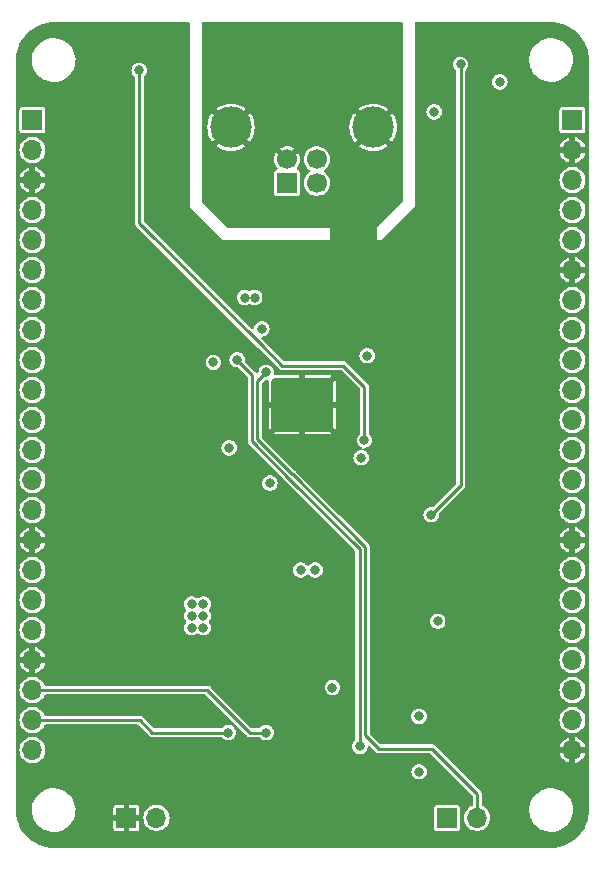
<source format=gbr>
%TF.GenerationSoftware,KiCad,Pcbnew,7.0.2-6a45011f42~172~ubuntu20.04.1*%
%TF.CreationDate,2023-04-23T15:23:27+07:00*%
%TF.ProjectId,EZ-USB-FX2LP-dev-board,455a2d55-5342-42d4-9658-324c502d6465,rev?*%
%TF.SameCoordinates,Original*%
%TF.FileFunction,Copper,L4,Bot*%
%TF.FilePolarity,Positive*%
%FSLAX46Y46*%
G04 Gerber Fmt 4.6, Leading zero omitted, Abs format (unit mm)*
G04 Created by KiCad (PCBNEW 7.0.2-6a45011f42~172~ubuntu20.04.1) date 2023-04-23 15:23:27*
%MOMM*%
%LPD*%
G01*
G04 APERTURE LIST*
G04 Aperture macros list*
%AMRoundRect*
0 Rectangle with rounded corners*
0 $1 Rounding radius*
0 $2 $3 $4 $5 $6 $7 $8 $9 X,Y pos of 4 corners*
0 Add a 4 corners polygon primitive as box body*
4,1,4,$2,$3,$4,$5,$6,$7,$8,$9,$2,$3,0*
0 Add four circle primitives for the rounded corners*
1,1,$1+$1,$2,$3*
1,1,$1+$1,$4,$5*
1,1,$1+$1,$6,$7*
1,1,$1+$1,$8,$9*
0 Add four rect primitives between the rounded corners*
20,1,$1+$1,$2,$3,$4,$5,0*
20,1,$1+$1,$4,$5,$6,$7,0*
20,1,$1+$1,$6,$7,$8,$9,0*
20,1,$1+$1,$8,$9,$2,$3,0*%
G04 Aperture macros list end*
%TA.AperFunction,ComponentPad*%
%ADD10R,1.700000X1.700000*%
%TD*%
%TA.AperFunction,ComponentPad*%
%ADD11O,1.700000X1.700000*%
%TD*%
%TA.AperFunction,ComponentPad*%
%ADD12C,0.500000*%
%TD*%
%TA.AperFunction,SMDPad,CuDef*%
%ADD13RoundRect,0.250002X-2.349998X1.999998X-2.349998X-1.999998X2.349998X-1.999998X2.349998X1.999998X0*%
%TD*%
%TA.AperFunction,ComponentPad*%
%ADD14C,1.700000*%
%TD*%
%TA.AperFunction,ComponentPad*%
%ADD15C,3.500000*%
%TD*%
%TA.AperFunction,ViaPad*%
%ADD16C,0.800000*%
%TD*%
%TA.AperFunction,Conductor*%
%ADD17C,0.250000*%
%TD*%
G04 APERTURE END LIST*
D10*
%TO.P,J2,1,Pin_1*%
%TO.N,Net-(J2-Pin_1)*%
X155059500Y-134426900D03*
D11*
%TO.P,J2,2,Pin_2*%
%TO.N,/SDA*%
X157599500Y-134426900D03*
%TD*%
D10*
%TO.P,J4,1,Pin_1*%
%TO.N,+3V3*%
X165657600Y-75340900D03*
D11*
%TO.P,J4,2,Pin_2*%
%TO.N,GND*%
X165657600Y-77880900D03*
%TO.P,J4,3,Pin_3*%
%TO.N,/RDY1*%
X165657600Y-80420900D03*
%TO.P,J4,4,Pin_4*%
%TO.N,/RDY0*%
X165657600Y-82960900D03*
%TO.P,J4,5,Pin_5*%
%TO.N,/CLKOUT*%
X165657600Y-85500900D03*
%TO.P,J4,6,Pin_6*%
%TO.N,GND*%
X165657600Y-88040900D03*
%TO.P,J4,7,Pin_7*%
%TO.N,/PD7*%
X165657600Y-90580900D03*
%TO.P,J4,8,Pin_8*%
%TO.N,/PD6*%
X165657600Y-93120900D03*
%TO.P,J4,9,Pin_9*%
%TO.N,/PD5*%
X165657600Y-95660900D03*
%TO.P,J4,10,Pin_10*%
%TO.N,/PD4*%
X165657600Y-98200900D03*
%TO.P,J4,11,Pin_11*%
%TO.N,/PD3*%
X165657600Y-100740900D03*
%TO.P,J4,12,Pin_12*%
%TO.N,/PD2*%
X165657600Y-103280900D03*
%TO.P,J4,13,Pin_13*%
%TO.N,/PD1*%
X165657600Y-105820900D03*
%TO.P,J4,14,Pin_14*%
%TO.N,/PD0*%
X165657600Y-108360900D03*
%TO.P,J4,15,Pin_15*%
%TO.N,GND*%
X165657600Y-110900900D03*
%TO.P,J4,16,Pin_16*%
%TO.N,/~{RESET}*%
X165657600Y-113440900D03*
%TO.P,J4,17,Pin_17*%
%TO.N,/PA7*%
X165657600Y-115980900D03*
%TO.P,J4,18,Pin_18*%
%TO.N,/PA6*%
X165657600Y-118520900D03*
%TO.P,J4,19,Pin_19*%
%TO.N,/PA5*%
X165657600Y-121060900D03*
%TO.P,J4,20,Pin_20*%
%TO.N,/PA4*%
X165657600Y-123600900D03*
%TO.P,J4,21,Pin_21*%
%TO.N,/PA3*%
X165657600Y-126140900D03*
%TO.P,J4,22,Pin_22*%
%TO.N,GND*%
X165657600Y-128680900D03*
%TD*%
D10*
%TO.P,J6,1,Pin_1*%
%TO.N,+5V*%
X119937600Y-75340900D03*
D11*
%TO.P,J6,2,Pin_2*%
%TO.N,+3V3*%
X119937600Y-77880900D03*
%TO.P,J6,3,Pin_3*%
%TO.N,GND*%
X119937600Y-80420900D03*
%TO.P,J6,4,Pin_4*%
%TO.N,/IFCLK*%
X119937600Y-82960900D03*
%TO.P,J6,5,Pin_5*%
%TO.N,/SCL*%
X119937600Y-85500900D03*
%TO.P,J6,6,Pin_6*%
%TO.N,/SDA*%
X119937600Y-88040900D03*
%TO.P,J6,7,Pin_7*%
%TO.N,/PB0*%
X119937600Y-90580900D03*
%TO.P,J6,8,Pin_8*%
%TO.N,/PB1*%
X119937600Y-93120900D03*
%TO.P,J6,9,Pin_9*%
%TO.N,/PB2*%
X119937600Y-95660900D03*
%TO.P,J6,10,Pin_10*%
%TO.N,/PB3*%
X119937600Y-98200900D03*
%TO.P,J6,11,Pin_11*%
%TO.N,/PB4*%
X119937600Y-100740900D03*
%TO.P,J6,12,Pin_12*%
%TO.N,/PB5*%
X119937600Y-103280900D03*
%TO.P,J6,13,Pin_13*%
%TO.N,/PB6*%
X119937600Y-105820900D03*
%TO.P,J6,14,Pin_14*%
%TO.N,/PB7*%
X119937600Y-108360900D03*
%TO.P,J6,15,Pin_15*%
%TO.N,GND*%
X119937600Y-110900900D03*
%TO.P,J6,16,Pin_16*%
%TO.N,/CTL0*%
X119937600Y-113440900D03*
%TO.P,J6,17,Pin_17*%
%TO.N,/CTL1*%
X119937600Y-115980900D03*
%TO.P,J6,18,Pin_18*%
%TO.N,/CTL2*%
X119937600Y-118520900D03*
%TO.P,J6,19,Pin_19*%
%TO.N,GND*%
X119937600Y-121060900D03*
%TO.P,J6,20,Pin_20*%
%TO.N,/PA0*%
X119937600Y-123600900D03*
%TO.P,J6,21,Pin_21*%
%TO.N,/PA1*%
X119937600Y-126140900D03*
%TO.P,J6,22,Pin_22*%
%TO.N,/PA2*%
X119937600Y-128680900D03*
%TD*%
D12*
%TO.P,U1,57,EP*%
%TO.N,GND*%
X145147600Y-97465900D03*
X143972600Y-97465900D03*
X142797600Y-97465900D03*
X141622600Y-97465900D03*
X140447600Y-97465900D03*
X145147600Y-98465900D03*
X143972600Y-98465900D03*
X142797600Y-98465900D03*
X141622600Y-98465900D03*
X140447600Y-98465900D03*
X145147600Y-99465900D03*
X143972600Y-99465900D03*
X142797600Y-99465900D03*
D13*
X142797600Y-99465900D03*
D12*
X141622600Y-99465900D03*
X140447600Y-99465900D03*
X145147600Y-100465900D03*
X143972600Y-100465900D03*
X142797600Y-100465900D03*
X141622600Y-100465900D03*
X140447600Y-100465900D03*
X145147600Y-101465900D03*
X143972600Y-101465900D03*
X142797600Y-101465900D03*
X141622600Y-101465900D03*
X140447600Y-101465900D03*
%TD*%
D10*
%TO.P,J1,1,VBUS*%
%TO.N,VBUS*%
X141518000Y-80663800D03*
D14*
%TO.P,J1,2,D-*%
%TO.N,/D-*%
X144018000Y-80663800D03*
%TO.P,J1,3,D+*%
%TO.N,/D+*%
X144018000Y-78663800D03*
%TO.P,J1,4,GND*%
%TO.N,GND*%
X141518000Y-78663800D03*
D15*
%TO.P,J1,5,Shield*%
X136748000Y-75953800D03*
X148788000Y-75953800D03*
%TD*%
D10*
%TO.P,J3,1,Pin_1*%
%TO.N,GND*%
X127899500Y-134426900D03*
D11*
%TO.P,J3,2,Pin_2*%
%TO.N,Net-(D2-K)*%
X130439500Y-134426900D03*
%TD*%
D16*
%TO.N,GND*%
X164719000Y-96926400D03*
X164719000Y-119786400D03*
X129717800Y-129717800D03*
X119049800Y-84226400D03*
X150241000Y-69189600D03*
X138049000Y-103962200D03*
X131191000Y-89636600D03*
X153771600Y-87909400D03*
X164084000Y-80416400D03*
X119049800Y-122326400D03*
X164134800Y-88265000D03*
X138252200Y-94869000D03*
X150241000Y-81508600D03*
X119049800Y-104546400D03*
X135686800Y-69240400D03*
X145034000Y-77495400D03*
X138811000Y-123748800D03*
X164134800Y-83185000D03*
X153644600Y-90271600D03*
X164134800Y-85725000D03*
X128803400Y-122199400D03*
X145821400Y-78740000D03*
X140741400Y-107823000D03*
X141376400Y-92862400D03*
X166624000Y-84201000D03*
X119049800Y-99466400D03*
X126568200Y-78054200D03*
X164719000Y-102006400D03*
X150698200Y-86537800D03*
X164719000Y-91846400D03*
X119049800Y-91846400D03*
X144119600Y-88011000D03*
X129362200Y-111963200D03*
X143205200Y-92862400D03*
X158165800Y-111683800D03*
X131114800Y-70561200D03*
X148920200Y-115011200D03*
X164719000Y-94386400D03*
X139776200Y-80670400D03*
X151638000Y-102514400D03*
X142862300Y-129667000D03*
X164719000Y-107086400D03*
X151180800Y-104470200D03*
X119049800Y-96926400D03*
X152273000Y-95453200D03*
X152374600Y-86487000D03*
X159435800Y-109372400D03*
X164719000Y-117246400D03*
X119049800Y-127406400D03*
X150672800Y-91643200D03*
X164719000Y-122326400D03*
X149199600Y-91338400D03*
X147929600Y-84912200D03*
X166624000Y-81686400D03*
X164719000Y-124866400D03*
X164719000Y-104546400D03*
X119049800Y-89306400D03*
X135661400Y-81559400D03*
X143027400Y-81838800D03*
X166624000Y-86791800D03*
X146100800Y-84912200D03*
X119049800Y-102006400D03*
X158369000Y-125399800D03*
X145008600Y-81838800D03*
X146329400Y-116586000D03*
X153822400Y-84353400D03*
X140131800Y-77292200D03*
X128295400Y-96088200D03*
X145897600Y-80695800D03*
X164719000Y-114706400D03*
X146050000Y-107721400D03*
X143027400Y-77495400D03*
X128524000Y-103428800D03*
X142824200Y-72364600D03*
X158394400Y-79273400D03*
X147294600Y-79476600D03*
X164719000Y-99466400D03*
X164719000Y-109626400D03*
X145465800Y-89255600D03*
X152501600Y-91567000D03*
X146177000Y-121081800D03*
X119049800Y-107086400D03*
X119049800Y-129946400D03*
X164719000Y-112166400D03*
X119049800Y-86766400D03*
X119049800Y-124866400D03*
X119049800Y-94386400D03*
X154051000Y-70637400D03*
%TO.N,+3V3*%
X133416800Y-118322600D03*
X154254200Y-117779800D03*
X147777200Y-103936800D03*
X134416800Y-117322600D03*
X152672651Y-130524649D03*
X134416800Y-118322600D03*
X140047200Y-106087400D03*
X159512000Y-72110600D03*
X145338800Y-123393200D03*
X133416800Y-116322600D03*
X152666700Y-125831600D03*
X153949400Y-74650600D03*
X136601200Y-103098600D03*
X139369800Y-93014800D03*
X133416800Y-117322600D03*
X148285200Y-95300800D03*
X134416800Y-116322600D03*
X135255000Y-95859600D03*
%TO.N,+5V*%
X138760200Y-90373200D03*
X142646400Y-113436400D03*
X137896600Y-90373200D03*
X143865600Y-113436400D03*
%TO.N,/~{RESET}*%
X156192800Y-70637400D03*
X153695400Y-108762800D03*
%TO.N,/SDA*%
X139732568Y-96716628D03*
%TO.N,/SCL*%
X147662900Y-128371600D03*
X137274300Y-95643700D03*
%TO.N,/PA0*%
X139725400Y-127203200D03*
%TO.N,/PA1*%
X136525000Y-127203200D03*
%TO.N,/WAKEUP*%
X148048200Y-102446600D03*
X128981200Y-71145400D03*
%TD*%
D17*
%TO.N,/~{RESET}*%
X156192800Y-70637400D02*
X156192800Y-106265400D01*
X156192800Y-106265400D02*
X153695400Y-108762800D01*
%TO.N,/SDA*%
X153771600Y-128574800D02*
X157599500Y-132402700D01*
X138988800Y-97460396D02*
X138988800Y-102370560D01*
X157599500Y-132402700D02*
X157599500Y-134426900D01*
X149275800Y-128574800D02*
X153771600Y-128574800D01*
X148112900Y-111486100D02*
X148112900Y-127411900D01*
X148112900Y-127411900D02*
X149275800Y-128574800D01*
X139732568Y-96716628D02*
X138988800Y-97460396D01*
X138988800Y-102370560D02*
X141953800Y-105335560D01*
X141962360Y-105335560D02*
X148112900Y-111486100D01*
X141953800Y-105335560D02*
X141962360Y-105335560D01*
%TO.N,/SCL*%
X141767404Y-105785560D02*
X138538800Y-102556956D01*
X138538800Y-96908200D02*
X137274300Y-95643700D01*
X141775964Y-105785560D02*
X141767404Y-105785560D01*
X138538800Y-102556956D02*
X138538800Y-96908200D01*
X147662900Y-111672496D02*
X141775964Y-105785560D01*
X147662900Y-128371600D02*
X147662900Y-111672496D01*
%TO.N,/PA0*%
X138353800Y-127203200D02*
X134751500Y-123600900D01*
X134751500Y-123600900D02*
X119937600Y-123600900D01*
X139725400Y-127203200D02*
X138353800Y-127203200D01*
%TO.N,/PA1*%
X129011100Y-126140900D02*
X119937600Y-126140900D01*
X130073400Y-127203200D02*
X129011100Y-126140900D01*
X136525000Y-127203200D02*
X130073400Y-127203200D01*
%TO.N,/WAKEUP*%
X146507200Y-96393000D02*
X146253200Y-96139000D01*
X146253200Y-96139000D02*
X141681200Y-96139000D01*
X139268200Y-94310200D02*
X128981200Y-84023200D01*
X148048200Y-97934000D02*
X146507200Y-96393000D01*
X141097000Y-96139000D02*
X139268200Y-94310200D01*
X128981200Y-84023200D02*
X128981200Y-71145400D01*
X148048200Y-102446600D02*
X148048200Y-97934000D01*
X141681200Y-96139000D02*
X141097000Y-96139000D01*
%TD*%
%TA.AperFunction,Conductor*%
%TO.N,GND*%
G36*
X133191439Y-67080282D02*
G01*
X133237194Y-67133086D01*
X133248400Y-67184597D01*
X133248400Y-82677000D01*
X136067800Y-85496400D01*
X145173700Y-85496400D01*
X145173700Y-84455000D01*
X136500162Y-84455000D01*
X136433123Y-84435315D01*
X136412481Y-84418681D01*
X134300719Y-82306919D01*
X134267234Y-82245596D01*
X134264400Y-82219238D01*
X134264400Y-78663800D01*
X140413287Y-78663800D01*
X140432096Y-78866792D01*
X140487885Y-79062868D01*
X140578753Y-79245356D01*
X140676785Y-79375172D01*
X140701477Y-79440533D01*
X140686912Y-79508868D01*
X140637714Y-79558480D01*
X140602025Y-79571515D01*
X140570261Y-79577833D01*
X140487399Y-79633199D01*
X140432033Y-79716061D01*
X140417500Y-79789125D01*
X140417500Y-81538474D01*
X140432033Y-81611538D01*
X140432033Y-81611539D01*
X140432034Y-81611540D01*
X140487399Y-81694401D01*
X140570260Y-81749766D01*
X140606792Y-81757032D01*
X140643325Y-81764300D01*
X140643326Y-81764300D01*
X142392675Y-81764300D01*
X142417029Y-81759455D01*
X142465740Y-81749766D01*
X142548601Y-81694401D01*
X142603966Y-81611540D01*
X142618500Y-81538474D01*
X142618500Y-80663800D01*
X142912785Y-80663800D01*
X142931602Y-80866883D01*
X142987418Y-81063051D01*
X143078324Y-81245618D01*
X143201236Y-81408380D01*
X143351958Y-81545781D01*
X143525361Y-81653147D01*
X143525363Y-81653148D01*
X143715544Y-81726824D01*
X143916024Y-81764300D01*
X143916026Y-81764300D01*
X144119974Y-81764300D01*
X144119976Y-81764300D01*
X144320456Y-81726824D01*
X144510637Y-81653148D01*
X144684041Y-81545781D01*
X144834764Y-81408379D01*
X144957673Y-81245621D01*
X144957673Y-81245619D01*
X144957675Y-81245618D01*
X145003313Y-81153961D01*
X145048582Y-81063050D01*
X145104397Y-80866883D01*
X145123215Y-80663800D01*
X145104397Y-80460717D01*
X145048582Y-80264550D01*
X145025312Y-80217817D01*
X144957675Y-80081981D01*
X144834763Y-79919219D01*
X144684043Y-79781820D01*
X144677417Y-79777718D01*
X144663704Y-79769226D01*
X144617068Y-79717200D01*
X144605964Y-79648219D01*
X144633916Y-79584184D01*
X144663703Y-79558373D01*
X144684041Y-79545781D01*
X144809344Y-79431552D01*
X144834763Y-79408380D01*
X144834764Y-79408379D01*
X144957673Y-79245621D01*
X144957673Y-79245619D01*
X144957675Y-79245618D01*
X145038684Y-79082927D01*
X145048582Y-79063050D01*
X145104397Y-78866883D01*
X145123215Y-78663800D01*
X145104397Y-78460717D01*
X145048582Y-78264550D01*
X145048209Y-78263801D01*
X144957675Y-78081981D01*
X144834763Y-77919219D01*
X144684041Y-77781818D01*
X144510638Y-77674452D01*
X144320457Y-77600776D01*
X144253629Y-77588283D01*
X144119976Y-77563300D01*
X143916024Y-77563300D01*
X143815783Y-77582038D01*
X143715542Y-77600776D01*
X143525361Y-77674452D01*
X143351958Y-77781818D01*
X143201236Y-77919219D01*
X143078324Y-78081981D01*
X142987418Y-78264548D01*
X142931602Y-78460716D01*
X142912785Y-78663800D01*
X142931602Y-78866883D01*
X142987418Y-79063051D01*
X143078324Y-79245618D01*
X143201236Y-79408380D01*
X143351956Y-79545779D01*
X143372296Y-79558373D01*
X143418931Y-79610401D01*
X143430035Y-79679383D01*
X143402082Y-79743417D01*
X143372296Y-79769227D01*
X143351956Y-79781820D01*
X143201236Y-79919219D01*
X143078324Y-80081981D01*
X142987418Y-80264548D01*
X142931602Y-80460716D01*
X142912785Y-80663800D01*
X142618500Y-80663800D01*
X142618500Y-79789126D01*
X142603966Y-79716060D01*
X142548601Y-79633199D01*
X142465740Y-79577834D01*
X142465739Y-79577833D01*
X142465738Y-79577833D01*
X142433975Y-79571515D01*
X142372064Y-79539129D01*
X142337491Y-79478412D01*
X142341232Y-79408643D01*
X142359214Y-79375171D01*
X142457248Y-79245353D01*
X142548114Y-79062868D01*
X142603903Y-78866792D01*
X142622712Y-78663800D01*
X142603903Y-78460807D01*
X142548114Y-78264731D01*
X142457248Y-78082248D01*
X142455465Y-78079886D01*
X142455465Y-78079885D01*
X141971779Y-78563571D01*
X141971533Y-78560284D01*
X141920872Y-78431202D01*
X141834414Y-78322787D01*
X141719841Y-78244673D01*
X141615698Y-78212549D01*
X142098688Y-77729558D01*
X142098687Y-77729557D01*
X142010414Y-77674901D01*
X141820320Y-77601259D01*
X141619928Y-77563800D01*
X141416072Y-77563800D01*
X141215679Y-77601259D01*
X141025589Y-77674900D01*
X140937310Y-77729558D01*
X141420979Y-78213227D01*
X141380881Y-78219271D01*
X141255946Y-78279437D01*
X141154295Y-78373755D01*
X141084961Y-78493845D01*
X141068149Y-78567502D01*
X140580533Y-78079885D01*
X140578753Y-78082244D01*
X140487884Y-78264733D01*
X140432096Y-78460807D01*
X140413287Y-78663800D01*
X134264400Y-78663800D01*
X134264400Y-75953800D01*
X134742890Y-75953800D01*
X134763300Y-76239157D01*
X134824111Y-76518702D01*
X134924088Y-76786752D01*
X135061193Y-77037842D01*
X135167883Y-77180362D01*
X135766542Y-76581702D01*
X135814327Y-76658877D01*
X135959782Y-76818434D01*
X136117679Y-76937672D01*
X135521436Y-77533915D01*
X135663958Y-77640606D01*
X135915047Y-77777711D01*
X136183097Y-77877688D01*
X136462642Y-77938499D01*
X136747999Y-77958909D01*
X137033357Y-77938499D01*
X137312902Y-77877688D01*
X137580952Y-77777711D01*
X137832041Y-77640606D01*
X137974562Y-77533915D01*
X137378319Y-76937672D01*
X137536218Y-76818434D01*
X137681673Y-76658877D01*
X137729456Y-76581703D01*
X138328115Y-77180362D01*
X138434806Y-77037841D01*
X138571911Y-76786752D01*
X138671888Y-76518702D01*
X138732699Y-76239157D01*
X138753109Y-75953799D01*
X146782890Y-75953799D01*
X146803300Y-76239157D01*
X146864111Y-76518702D01*
X146964088Y-76786752D01*
X147101193Y-77037842D01*
X147207883Y-77180362D01*
X147806542Y-76581702D01*
X147854327Y-76658877D01*
X147999782Y-76818434D01*
X148157679Y-76937672D01*
X147561436Y-77533915D01*
X147703958Y-77640606D01*
X147955047Y-77777711D01*
X148223097Y-77877688D01*
X148502642Y-77938499D01*
X148788000Y-77958909D01*
X149073357Y-77938499D01*
X149352902Y-77877688D01*
X149620952Y-77777711D01*
X149872041Y-77640606D01*
X150014562Y-77533915D01*
X149418319Y-76937672D01*
X149576218Y-76818434D01*
X149721673Y-76658877D01*
X149769456Y-76581703D01*
X150368115Y-77180362D01*
X150474806Y-77037841D01*
X150611911Y-76786752D01*
X150711888Y-76518702D01*
X150772699Y-76239157D01*
X150793109Y-75953799D01*
X150772699Y-75668442D01*
X150711888Y-75388897D01*
X150611911Y-75120847D01*
X150474806Y-74869758D01*
X150368115Y-74727236D01*
X149769456Y-75325895D01*
X149721673Y-75248723D01*
X149576218Y-75089166D01*
X149418319Y-74969926D01*
X150014562Y-74373683D01*
X149872042Y-74266993D01*
X149620952Y-74129888D01*
X149352902Y-74029911D01*
X149073357Y-73969100D01*
X148787999Y-73948690D01*
X148502642Y-73969100D01*
X148223097Y-74029911D01*
X147955047Y-74129888D01*
X147703954Y-74266995D01*
X147561437Y-74373682D01*
X147561436Y-74373683D01*
X148157680Y-74969927D01*
X147999782Y-75089166D01*
X147854327Y-75248723D01*
X147806543Y-75325896D01*
X147207883Y-74727236D01*
X147207882Y-74727237D01*
X147101195Y-74869754D01*
X146964088Y-75120847D01*
X146864111Y-75388897D01*
X146803300Y-75668442D01*
X146782890Y-75953799D01*
X138753109Y-75953799D01*
X138732699Y-75668442D01*
X138671888Y-75388897D01*
X138571911Y-75120847D01*
X138434806Y-74869758D01*
X138328115Y-74727236D01*
X137729456Y-75325895D01*
X137681673Y-75248723D01*
X137536218Y-75089166D01*
X137378319Y-74969926D01*
X137974562Y-74373683D01*
X137832042Y-74266993D01*
X137580952Y-74129888D01*
X137312902Y-74029911D01*
X137033357Y-73969100D01*
X136748000Y-73948690D01*
X136462642Y-73969100D01*
X136183097Y-74029911D01*
X135915047Y-74129888D01*
X135663954Y-74266995D01*
X135521437Y-74373682D01*
X135521436Y-74373683D01*
X136117680Y-74969927D01*
X135959782Y-75089166D01*
X135814327Y-75248723D01*
X135766543Y-75325896D01*
X135167883Y-74727236D01*
X135167882Y-74727237D01*
X135061195Y-74869754D01*
X134924088Y-75120847D01*
X134824111Y-75388897D01*
X134763300Y-75668442D01*
X134742890Y-75953800D01*
X134264400Y-75953800D01*
X134264400Y-67184597D01*
X134284085Y-67117558D01*
X134336889Y-67071803D01*
X134388400Y-67060597D01*
X151158400Y-67060597D01*
X151225439Y-67080282D01*
X151271194Y-67133086D01*
X151282400Y-67184597D01*
X151282400Y-82193837D01*
X151262715Y-82260876D01*
X151246081Y-82281518D01*
X149072600Y-84454999D01*
X149072600Y-84455000D01*
X149072600Y-85496400D01*
X149453600Y-85496400D01*
X152298400Y-82651600D01*
X152298400Y-74650599D01*
X153294121Y-74650599D01*
X153313163Y-74807418D01*
X153369180Y-74955123D01*
X153458915Y-75085128D01*
X153458916Y-75085129D01*
X153458917Y-75085130D01*
X153577160Y-75189883D01*
X153717035Y-75263296D01*
X153870415Y-75301100D01*
X154028385Y-75301100D01*
X154181765Y-75263296D01*
X154321640Y-75189883D01*
X154439883Y-75085130D01*
X154529620Y-74955123D01*
X154585637Y-74807418D01*
X154604678Y-74650600D01*
X154585637Y-74493782D01*
X154529620Y-74346077D01*
X154475034Y-74266995D01*
X154439884Y-74216071D01*
X154439883Y-74216070D01*
X154321640Y-74111317D01*
X154308394Y-74104364D01*
X154181764Y-74037903D01*
X154028385Y-74000100D01*
X153870415Y-74000100D01*
X153717035Y-74037903D01*
X153577161Y-74111316D01*
X153458915Y-74216071D01*
X153369180Y-74346076D01*
X153313163Y-74493781D01*
X153294121Y-74650599D01*
X152298400Y-74650599D01*
X152298400Y-67184596D01*
X152318085Y-67117558D01*
X152370889Y-67071803D01*
X152422400Y-67060597D01*
X163854355Y-67060597D01*
X163860843Y-67060766D01*
X163991179Y-67067597D01*
X164052461Y-67071039D01*
X164167676Y-67077510D01*
X164174588Y-67078092D01*
X164231862Y-67084546D01*
X164237267Y-67085279D01*
X164362203Y-67105066D01*
X164506534Y-67129589D01*
X164522155Y-67132244D01*
X164528940Y-67133593D01*
X164563652Y-67141516D01*
X164568026Y-67142601D01*
X164705925Y-67179551D01*
X164868268Y-67226321D01*
X164874877Y-67228427D01*
X164882631Y-67231140D01*
X164886071Y-67232402D01*
X165035201Y-67289648D01*
X165038130Y-67290817D01*
X165172496Y-67346473D01*
X165193825Y-67355308D01*
X165202654Y-67359378D01*
X165291416Y-67404604D01*
X165350634Y-67434777D01*
X165354320Y-67436734D01*
X165421377Y-67473795D01*
X165500867Y-67517728D01*
X165508414Y-67522257D01*
X165648171Y-67613016D01*
X165652391Y-67615882D01*
X165788485Y-67712446D01*
X165794766Y-67717209D01*
X165924513Y-67822276D01*
X165929103Y-67826182D01*
X166053338Y-67937204D01*
X166058393Y-67941983D01*
X166176514Y-68060104D01*
X166181278Y-68065143D01*
X166292315Y-68189393D01*
X166292317Y-68189395D01*
X166296223Y-68193986D01*
X166401287Y-68323729D01*
X166406051Y-68330010D01*
X166502625Y-68466119D01*
X166505490Y-68470339D01*
X166596238Y-68610078D01*
X166600771Y-68617632D01*
X166681765Y-68764180D01*
X166683722Y-68767866D01*
X166759111Y-68915826D01*
X166763187Y-68924667D01*
X166827673Y-69080347D01*
X166828876Y-69083363D01*
X166886076Y-69232373D01*
X166887355Y-69235860D01*
X166890068Y-69243614D01*
X166892179Y-69250237D01*
X166938958Y-69412609D01*
X166975884Y-69550418D01*
X166976992Y-69554889D01*
X166984899Y-69589532D01*
X166986256Y-69596353D01*
X167013455Y-69756436D01*
X167033211Y-69881171D01*
X167033956Y-69886677D01*
X167040403Y-69943895D01*
X167040988Y-69950826D01*
X167050919Y-70127657D01*
X167057733Y-70257657D01*
X167057903Y-70264147D01*
X167057903Y-133757653D01*
X167057733Y-133764143D01*
X167050920Y-133894135D01*
X167040988Y-134070974D01*
X167040403Y-134077903D01*
X167033957Y-134135116D01*
X167033210Y-134140631D01*
X167013457Y-134265347D01*
X166986255Y-134425451D01*
X166984898Y-134432271D01*
X166976993Y-134466900D01*
X166975878Y-134471396D01*
X166938962Y-134609174D01*
X166892174Y-134771577D01*
X166890067Y-134778186D01*
X166887357Y-134785931D01*
X166886079Y-134789416D01*
X166828881Y-134938421D01*
X166827678Y-134941436D01*
X166763185Y-135097135D01*
X166759109Y-135105977D01*
X166683733Y-135253910D01*
X166681776Y-135257596D01*
X166600764Y-135404177D01*
X166596231Y-135411731D01*
X166505500Y-135551444D01*
X166502635Y-135555664D01*
X166406045Y-135691795D01*
X166401281Y-135698076D01*
X166296240Y-135827791D01*
X166292334Y-135832382D01*
X166181276Y-135956657D01*
X166176497Y-135961711D01*
X166058411Y-136079797D01*
X166053357Y-136084576D01*
X165929082Y-136195634D01*
X165924491Y-136199540D01*
X165794776Y-136304581D01*
X165788495Y-136309345D01*
X165652364Y-136405935D01*
X165648144Y-136408800D01*
X165508431Y-136499531D01*
X165500877Y-136504064D01*
X165354296Y-136585076D01*
X165350610Y-136587033D01*
X165202677Y-136662409D01*
X165193835Y-136666485D01*
X165038136Y-136730978D01*
X165035121Y-136732181D01*
X164886116Y-136789379D01*
X164882637Y-136790655D01*
X164874899Y-136793363D01*
X164868268Y-136795477D01*
X164705875Y-136842262D01*
X164568089Y-136879181D01*
X164563608Y-136880292D01*
X164528972Y-136888198D01*
X164522149Y-136889555D01*
X164362048Y-136916757D01*
X164237327Y-136936511D01*
X164231818Y-136937257D01*
X164174602Y-136943703D01*
X164167673Y-136944288D01*
X163990835Y-136954220D01*
X163860843Y-136961033D01*
X163854354Y-136961203D01*
X121740848Y-136961203D01*
X121734357Y-136961033D01*
X121604358Y-136954219D01*
X121427525Y-136944288D01*
X121420596Y-136943703D01*
X121363382Y-136937257D01*
X121357868Y-136936510D01*
X121233137Y-136916755D01*
X121125751Y-136898510D01*
X121073043Y-136889554D01*
X121066242Y-136888201D01*
X121031596Y-136880294D01*
X121027097Y-136879178D01*
X120889309Y-136842258D01*
X120726930Y-136795477D01*
X120720319Y-136793370D01*
X120712557Y-136790654D01*
X120709073Y-136789376D01*
X120560063Y-136732176D01*
X120557061Y-136730978D01*
X120501756Y-136708070D01*
X120401367Y-136666487D01*
X120392526Y-136662411D01*
X120244566Y-136587022D01*
X120240880Y-136585065D01*
X120094332Y-136504071D01*
X120086778Y-136499538D01*
X119947039Y-136408790D01*
X119942819Y-136405925D01*
X119806710Y-136309351D01*
X119800429Y-136304587D01*
X119670686Y-136199523D01*
X119666095Y-136195617D01*
X119541840Y-136084576D01*
X119536804Y-136079814D01*
X119418683Y-135961693D01*
X119413904Y-135956638D01*
X119302882Y-135832403D01*
X119298976Y-135827813D01*
X119193909Y-135698066D01*
X119189146Y-135691785D01*
X119092582Y-135555691D01*
X119089716Y-135551471D01*
X118998957Y-135411714D01*
X118994424Y-135404160D01*
X118913434Y-135257620D01*
X118911477Y-135253934D01*
X118869464Y-135171479D01*
X118836078Y-135105954D01*
X118832013Y-135097135D01*
X118767510Y-134941412D01*
X118766348Y-134938501D01*
X118709102Y-134789371D01*
X118707836Y-134785918D01*
X118705130Y-134778184D01*
X118703019Y-134771560D01*
X118656251Y-134609224D01*
X118619310Y-134471360D01*
X118618200Y-134466880D01*
X118617079Y-134461972D01*
X118610296Y-134432254D01*
X118608943Y-134425452D01*
X118608943Y-134425451D01*
X118581755Y-134265434D01*
X118561976Y-134140553D01*
X118561239Y-134135099D01*
X118554795Y-134077906D01*
X118554210Y-134070976D01*
X118548193Y-133963833D01*
X118544289Y-133894314D01*
X118540848Y-133828664D01*
X119883387Y-133828664D01*
X119913013Y-134097916D01*
X119944161Y-134217056D01*
X119981528Y-134359988D01*
X120087421Y-134609174D01*
X120087471Y-134609292D01*
X120228582Y-134840511D01*
X120401853Y-135048718D01*
X120401855Y-135048720D01*
X120603598Y-135229482D01*
X120829510Y-135378944D01*
X120909087Y-135416248D01*
X121074777Y-135493921D01*
X121280093Y-135555691D01*
X121334169Y-135571960D01*
X121602161Y-135611400D01*
X121602164Y-135611400D01*
X121802969Y-135611400D01*
X121805231Y-135611400D01*
X122007756Y-135596577D01*
X122272153Y-135537680D01*
X122525158Y-135440914D01*
X122761377Y-135308341D01*
X122770205Y-135301524D01*
X126799500Y-135301524D01*
X126814004Y-135374443D01*
X126869260Y-135457139D01*
X126951956Y-135512395D01*
X127024875Y-135526900D01*
X127649500Y-135526900D01*
X127649500Y-134862401D01*
X127757185Y-134911580D01*
X127863737Y-134926900D01*
X127935263Y-134926900D01*
X128041815Y-134911580D01*
X128149500Y-134862401D01*
X128149500Y-135526900D01*
X128774125Y-135526900D01*
X128847043Y-135512395D01*
X128929739Y-135457139D01*
X128984995Y-135374443D01*
X128999500Y-135301524D01*
X128999500Y-134676900D01*
X128333186Y-134676900D01*
X128358993Y-134636744D01*
X128399500Y-134498789D01*
X128399500Y-134426900D01*
X129334285Y-134426900D01*
X129353102Y-134629983D01*
X129408918Y-134826151D01*
X129499824Y-135008718D01*
X129622736Y-135171480D01*
X129773458Y-135308881D01*
X129946861Y-135416247D01*
X129946863Y-135416248D01*
X130137044Y-135489924D01*
X130337524Y-135527400D01*
X130337526Y-135527400D01*
X130541474Y-135527400D01*
X130541476Y-135527400D01*
X130741956Y-135489924D01*
X130932137Y-135416248D01*
X131105541Y-135308881D01*
X131113556Y-135301574D01*
X153959000Y-135301574D01*
X153973533Y-135374638D01*
X153973533Y-135374639D01*
X153973534Y-135374640D01*
X154028899Y-135457501D01*
X154111760Y-135512866D01*
X154148292Y-135520133D01*
X154184825Y-135527400D01*
X154184826Y-135527400D01*
X155934175Y-135527400D01*
X155958529Y-135522555D01*
X156007240Y-135512866D01*
X156090101Y-135457501D01*
X156145466Y-135374640D01*
X156160000Y-135301574D01*
X156160000Y-133552226D01*
X156145466Y-133479160D01*
X156090101Y-133396299D01*
X156007240Y-133340934D01*
X156007239Y-133340933D01*
X156007238Y-133340933D01*
X155934175Y-133326400D01*
X155934174Y-133326400D01*
X154184826Y-133326400D01*
X154184825Y-133326400D01*
X154111761Y-133340933D01*
X154028899Y-133396299D01*
X153973533Y-133479161D01*
X153959000Y-133552225D01*
X153959000Y-135301574D01*
X131113556Y-135301574D01*
X131256264Y-135171479D01*
X131379173Y-135008721D01*
X131379173Y-135008719D01*
X131379175Y-135008718D01*
X131462931Y-134840511D01*
X131470082Y-134826150D01*
X131525897Y-134629983D01*
X131544715Y-134426900D01*
X131525897Y-134223817D01*
X131523973Y-134217056D01*
X131490075Y-134097918D01*
X131470082Y-134027650D01*
X131438305Y-133963833D01*
X131379175Y-133845081D01*
X131256263Y-133682319D01*
X131105541Y-133544918D01*
X130932138Y-133437552D01*
X130741957Y-133363876D01*
X130675129Y-133351383D01*
X130541476Y-133326400D01*
X130337524Y-133326400D01*
X130237283Y-133345137D01*
X130137042Y-133363876D01*
X129946861Y-133437552D01*
X129773458Y-133544918D01*
X129622736Y-133682319D01*
X129499824Y-133845081D01*
X129408918Y-134027648D01*
X129353102Y-134223816D01*
X129334285Y-134426900D01*
X128399500Y-134426900D01*
X128399500Y-134355011D01*
X128358993Y-134217056D01*
X128333186Y-134176900D01*
X128999500Y-134176900D01*
X128999500Y-133552275D01*
X128984995Y-133479356D01*
X128929739Y-133396660D01*
X128847043Y-133341404D01*
X128774125Y-133326900D01*
X128149500Y-133326900D01*
X128149500Y-133991398D01*
X128041815Y-133942220D01*
X127935263Y-133926900D01*
X127863737Y-133926900D01*
X127757185Y-133942220D01*
X127649500Y-133991398D01*
X127649500Y-133326900D01*
X127024875Y-133326900D01*
X126951956Y-133341404D01*
X126869260Y-133396660D01*
X126814004Y-133479356D01*
X126799500Y-133552275D01*
X126799500Y-134176900D01*
X127465814Y-134176900D01*
X127440007Y-134217056D01*
X127399500Y-134355011D01*
X127399500Y-134498789D01*
X127440007Y-134636744D01*
X127465814Y-134676900D01*
X126799500Y-134676900D01*
X126799500Y-135301524D01*
X122770205Y-135301524D01*
X122975777Y-135142788D01*
X123163786Y-134947781D01*
X123321399Y-134727479D01*
X123445256Y-134486575D01*
X123532718Y-134230205D01*
X123581919Y-133963833D01*
X123591812Y-133693135D01*
X123562186Y-133423882D01*
X123493672Y-133161812D01*
X123387730Y-132912510D01*
X123246618Y-132681290D01*
X123246617Y-132681288D01*
X123073346Y-132473081D01*
X122968359Y-132379012D01*
X122871602Y-132292318D01*
X122645690Y-132142856D01*
X122618012Y-132129881D01*
X122400422Y-132027878D01*
X122141037Y-131949841D01*
X122141031Y-131949840D01*
X121873039Y-131910400D01*
X121669969Y-131910400D01*
X121667720Y-131910564D01*
X121667709Y-131910565D01*
X121467443Y-131925222D01*
X121203049Y-131984119D01*
X120950041Y-132080886D01*
X120713823Y-132213459D01*
X120499425Y-132379009D01*
X120311413Y-132574020D01*
X120153801Y-132794320D01*
X120029942Y-133035229D01*
X119942481Y-133291595D01*
X119893280Y-133557966D01*
X119883387Y-133828664D01*
X118540848Y-133828664D01*
X118537466Y-133764143D01*
X118537297Y-133757655D01*
X118537297Y-130524648D01*
X152017372Y-130524648D01*
X152036414Y-130681467D01*
X152092431Y-130829172D01*
X152182166Y-130959177D01*
X152182167Y-130959178D01*
X152182168Y-130959179D01*
X152300411Y-131063932D01*
X152440286Y-131137345D01*
X152593666Y-131175149D01*
X152751636Y-131175149D01*
X152905016Y-131137345D01*
X153044891Y-131063932D01*
X153163134Y-130959179D01*
X153252871Y-130829172D01*
X153308888Y-130681467D01*
X153327929Y-130524649D01*
X153308888Y-130367831D01*
X153252871Y-130220126D01*
X153163134Y-130090119D01*
X153044891Y-129985366D01*
X153031645Y-129978414D01*
X152905015Y-129911952D01*
X152751636Y-129874149D01*
X152593666Y-129874149D01*
X152440286Y-129911952D01*
X152300412Y-129985365D01*
X152182166Y-130090120D01*
X152092431Y-130220125D01*
X152036414Y-130367830D01*
X152017372Y-130524648D01*
X118537297Y-130524648D01*
X118537297Y-128680899D01*
X118832385Y-128680899D01*
X118851202Y-128883983D01*
X118907018Y-129080151D01*
X118997924Y-129262718D01*
X119120836Y-129425480D01*
X119271558Y-129562881D01*
X119444961Y-129670247D01*
X119444963Y-129670248D01*
X119635144Y-129743924D01*
X119835624Y-129781400D01*
X119835626Y-129781400D01*
X120039574Y-129781400D01*
X120039576Y-129781400D01*
X120240056Y-129743924D01*
X120430237Y-129670248D01*
X120603641Y-129562881D01*
X120754364Y-129425479D01*
X120877273Y-129262721D01*
X120877273Y-129262719D01*
X120877275Y-129262718D01*
X120955384Y-129105852D01*
X120968182Y-129080150D01*
X121023997Y-128883983D01*
X121042815Y-128680900D01*
X121023997Y-128477817D01*
X121022073Y-128471056D01*
X120988336Y-128352482D01*
X120968182Y-128281650D01*
X120955384Y-128255948D01*
X120877275Y-128099081D01*
X120754363Y-127936319D01*
X120603641Y-127798918D01*
X120430238Y-127691552D01*
X120240057Y-127617876D01*
X120173229Y-127605384D01*
X120039576Y-127580400D01*
X119835624Y-127580400D01*
X119739412Y-127598385D01*
X119635142Y-127617876D01*
X119444961Y-127691552D01*
X119271558Y-127798918D01*
X119120836Y-127936319D01*
X118997924Y-128099081D01*
X118907018Y-128281648D01*
X118851202Y-128477816D01*
X118832385Y-128680899D01*
X118537297Y-128680899D01*
X118537297Y-126140900D01*
X118832385Y-126140900D01*
X118851202Y-126343983D01*
X118907018Y-126540151D01*
X118997924Y-126722718D01*
X119120836Y-126885480D01*
X119271558Y-127022881D01*
X119309514Y-127046382D01*
X119444963Y-127130248D01*
X119635144Y-127203924D01*
X119835624Y-127241400D01*
X119835626Y-127241400D01*
X120039574Y-127241400D01*
X120039576Y-127241400D01*
X120240056Y-127203924D01*
X120430237Y-127130248D01*
X120603641Y-127022881D01*
X120603641Y-127022880D01*
X120754363Y-126885480D01*
X120754364Y-126885479D01*
X120877273Y-126722721D01*
X120877273Y-126722719D01*
X120877275Y-126722718D01*
X120945786Y-126585129D01*
X120993288Y-126533892D01*
X121056786Y-126516400D01*
X128804201Y-126516400D01*
X128871240Y-126536085D01*
X128891882Y-126552719D01*
X129771250Y-127432087D01*
X129787377Y-127451946D01*
X129793315Y-127461035D01*
X129818294Y-127480477D01*
X129829811Y-127490648D01*
X129829882Y-127490719D01*
X129844837Y-127501396D01*
X129846789Y-127502790D01*
X129850894Y-127505850D01*
X129892211Y-127538009D01*
X129892212Y-127538009D01*
X129898443Y-127542859D01*
X129898634Y-127542957D01*
X129906200Y-127545209D01*
X129906201Y-127545210D01*
X129956355Y-127560141D01*
X129961192Y-127561690D01*
X130010740Y-127578700D01*
X130018197Y-127581260D01*
X130018430Y-127581293D01*
X130026309Y-127580967D01*
X130026312Y-127580968D01*
X130078593Y-127578805D01*
X130083716Y-127578700D01*
X135928692Y-127578700D01*
X135995731Y-127598385D01*
X136030743Y-127632262D01*
X136034515Y-127637728D01*
X136034516Y-127637729D01*
X136034517Y-127637730D01*
X136152760Y-127742483D01*
X136292635Y-127815896D01*
X136446015Y-127853700D01*
X136603985Y-127853700D01*
X136757365Y-127815896D01*
X136897240Y-127742483D01*
X137015483Y-127637730D01*
X137105220Y-127507723D01*
X137161237Y-127360018D01*
X137180278Y-127203200D01*
X137161237Y-127046382D01*
X137105220Y-126898677D01*
X137031159Y-126791381D01*
X137015484Y-126768671D01*
X137015483Y-126768670D01*
X136897240Y-126663917D01*
X136883994Y-126656965D01*
X136757364Y-126590503D01*
X136603985Y-126552700D01*
X136446015Y-126552700D01*
X136292635Y-126590503D01*
X136152761Y-126663916D01*
X136034515Y-126768671D01*
X136030743Y-126774138D01*
X135976462Y-126818129D01*
X135928692Y-126827700D01*
X130280299Y-126827700D01*
X130213260Y-126808015D01*
X130192618Y-126791381D01*
X129313249Y-125912011D01*
X129297122Y-125892153D01*
X129291183Y-125883062D01*
X129266210Y-125863625D01*
X129254693Y-125853454D01*
X129254619Y-125853380D01*
X129237694Y-125841297D01*
X129233580Y-125838230D01*
X129225062Y-125831600D01*
X129192289Y-125806091D01*
X129192286Y-125806090D01*
X129186063Y-125801246D01*
X129185861Y-125801142D01*
X129178300Y-125798890D01*
X129178299Y-125798890D01*
X129128136Y-125783955D01*
X129123274Y-125782397D01*
X129111880Y-125778486D01*
X129066302Y-125762839D01*
X129066069Y-125762806D01*
X129021010Y-125764669D01*
X129005906Y-125765294D01*
X129000784Y-125765400D01*
X121056786Y-125765400D01*
X120989747Y-125745715D01*
X120945786Y-125696671D01*
X120877275Y-125559081D01*
X120754363Y-125396319D01*
X120603641Y-125258918D01*
X120430238Y-125151552D01*
X120240057Y-125077876D01*
X120173229Y-125065384D01*
X120039576Y-125040400D01*
X119835624Y-125040400D01*
X119735384Y-125059137D01*
X119635142Y-125077876D01*
X119444961Y-125151552D01*
X119271558Y-125258918D01*
X119120836Y-125396319D01*
X118997924Y-125559081D01*
X118907018Y-125741648D01*
X118851202Y-125937816D01*
X118832385Y-126140900D01*
X118537297Y-126140900D01*
X118537297Y-123600899D01*
X118832385Y-123600899D01*
X118851202Y-123803983D01*
X118907018Y-124000151D01*
X118997924Y-124182718D01*
X119120836Y-124345480D01*
X119271558Y-124482881D01*
X119444961Y-124590247D01*
X119444963Y-124590248D01*
X119635144Y-124663924D01*
X119835624Y-124701400D01*
X119835626Y-124701400D01*
X120039574Y-124701400D01*
X120039576Y-124701400D01*
X120240056Y-124663924D01*
X120430237Y-124590248D01*
X120603641Y-124482881D01*
X120754364Y-124345479D01*
X120877273Y-124182721D01*
X120877273Y-124182719D01*
X120877275Y-124182718D01*
X120945786Y-124045129D01*
X120993288Y-123993892D01*
X121056786Y-123976400D01*
X134544601Y-123976400D01*
X134611640Y-123996085D01*
X134632282Y-124012719D01*
X138051650Y-127432087D01*
X138067777Y-127451946D01*
X138073715Y-127461036D01*
X138098693Y-127480477D01*
X138110210Y-127490648D01*
X138110281Y-127490719D01*
X138127197Y-127502797D01*
X138131305Y-127505860D01*
X138178841Y-127542859D01*
X138179032Y-127542956D01*
X138186599Y-127545209D01*
X138186601Y-127545210D01*
X138236774Y-127560147D01*
X138241604Y-127561694D01*
X138291140Y-127578700D01*
X138291142Y-127578700D01*
X138298599Y-127581260D01*
X138298833Y-127581294D01*
X138306709Y-127580968D01*
X138306712Y-127580969D01*
X138357027Y-127578887D01*
X138359007Y-127578806D01*
X138364131Y-127578700D01*
X139129092Y-127578700D01*
X139196131Y-127598385D01*
X139231143Y-127632262D01*
X139234915Y-127637728D01*
X139234916Y-127637729D01*
X139234917Y-127637730D01*
X139353160Y-127742483D01*
X139493035Y-127815896D01*
X139646415Y-127853700D01*
X139804385Y-127853700D01*
X139957765Y-127815896D01*
X140097640Y-127742483D01*
X140215883Y-127637730D01*
X140305620Y-127507723D01*
X140361637Y-127360018D01*
X140380678Y-127203200D01*
X140361637Y-127046382D01*
X140305620Y-126898677D01*
X140231559Y-126791381D01*
X140215884Y-126768671D01*
X140215883Y-126768670D01*
X140097640Y-126663917D01*
X140084394Y-126656964D01*
X139957764Y-126590503D01*
X139804385Y-126552700D01*
X139646415Y-126552700D01*
X139493035Y-126590503D01*
X139353161Y-126663916D01*
X139234915Y-126768671D01*
X139231143Y-126774138D01*
X139176862Y-126818129D01*
X139129092Y-126827700D01*
X138560699Y-126827700D01*
X138493660Y-126808015D01*
X138473018Y-126791381D01*
X135074837Y-123393199D01*
X144683521Y-123393199D01*
X144702563Y-123550018D01*
X144758580Y-123697723D01*
X144848315Y-123827728D01*
X144848316Y-123827729D01*
X144848317Y-123827730D01*
X144966560Y-123932483D01*
X145106435Y-124005896D01*
X145259815Y-124043700D01*
X145417785Y-124043700D01*
X145571165Y-124005896D01*
X145711040Y-123932483D01*
X145829283Y-123827730D01*
X145919020Y-123697723D01*
X145975037Y-123550018D01*
X145994078Y-123393200D01*
X145975037Y-123236382D01*
X145919020Y-123088677D01*
X145829283Y-122958670D01*
X145711040Y-122853917D01*
X145697794Y-122846964D01*
X145571164Y-122780503D01*
X145417785Y-122742700D01*
X145259815Y-122742700D01*
X145106435Y-122780503D01*
X144966561Y-122853916D01*
X144848315Y-122958671D01*
X144758580Y-123088676D01*
X144702563Y-123236381D01*
X144683521Y-123393199D01*
X135074837Y-123393199D01*
X135053649Y-123372011D01*
X135037522Y-123352153D01*
X135031583Y-123343062D01*
X135006610Y-123323625D01*
X134995093Y-123313454D01*
X134995019Y-123313380D01*
X134978094Y-123301297D01*
X134973980Y-123298230D01*
X134932689Y-123266091D01*
X134932686Y-123266090D01*
X134926463Y-123261246D01*
X134926261Y-123261142D01*
X134918700Y-123258890D01*
X134918699Y-123258890D01*
X134868536Y-123243955D01*
X134863674Y-123242397D01*
X134846148Y-123236381D01*
X134806702Y-123222839D01*
X134806469Y-123222806D01*
X134761410Y-123224669D01*
X134746306Y-123225294D01*
X134741184Y-123225400D01*
X121056786Y-123225400D01*
X120989747Y-123205715D01*
X120945786Y-123156671D01*
X120877275Y-123019081D01*
X120754363Y-122856319D01*
X120603641Y-122718918D01*
X120430238Y-122611552D01*
X120240057Y-122537876D01*
X120173229Y-122525384D01*
X120039576Y-122500400D01*
X119835624Y-122500400D01*
X119735384Y-122519137D01*
X119635142Y-122537876D01*
X119444961Y-122611552D01*
X119271558Y-122718918D01*
X119120836Y-122856319D01*
X118997924Y-123019081D01*
X118907018Y-123201648D01*
X118851202Y-123397816D01*
X118832385Y-123600899D01*
X118537297Y-123600899D01*
X118537297Y-120810899D01*
X118865071Y-120810899D01*
X118865072Y-120810900D01*
X119503914Y-120810900D01*
X119478107Y-120851056D01*
X119437600Y-120989011D01*
X119437600Y-121132789D01*
X119478107Y-121270744D01*
X119503914Y-121310900D01*
X118865072Y-121310900D01*
X118907486Y-121459969D01*
X118998351Y-121642453D01*
X119121207Y-121805141D01*
X119271859Y-121942478D01*
X119445188Y-122049799D01*
X119635279Y-122123439D01*
X119687600Y-122133220D01*
X119687600Y-121496401D01*
X119795285Y-121545580D01*
X119901837Y-121560900D01*
X119973363Y-121560900D01*
X120079915Y-121545580D01*
X120187600Y-121496401D01*
X120187600Y-122133220D01*
X120239920Y-122123439D01*
X120430011Y-122049799D01*
X120603340Y-121942478D01*
X120753992Y-121805141D01*
X120876848Y-121642453D01*
X120967713Y-121459969D01*
X121010128Y-121310900D01*
X120371286Y-121310900D01*
X120397093Y-121270744D01*
X120437600Y-121132789D01*
X120437600Y-120989011D01*
X120397093Y-120851056D01*
X120371286Y-120810900D01*
X121010128Y-120810900D01*
X121010128Y-120810899D01*
X120967713Y-120661830D01*
X120876848Y-120479346D01*
X120753992Y-120316658D01*
X120603340Y-120179321D01*
X120430011Y-120072000D01*
X120239917Y-119998358D01*
X120187601Y-119988578D01*
X120187600Y-119988579D01*
X120187600Y-120625398D01*
X120079915Y-120576220D01*
X119973363Y-120560900D01*
X119901837Y-120560900D01*
X119795285Y-120576220D01*
X119687600Y-120625398D01*
X119687600Y-119988579D01*
X119687598Y-119988578D01*
X119635282Y-119998358D01*
X119445188Y-120072000D01*
X119271859Y-120179321D01*
X119121207Y-120316658D01*
X118998351Y-120479346D01*
X118907486Y-120661830D01*
X118865071Y-120810899D01*
X118537297Y-120810899D01*
X118537297Y-118520899D01*
X118832385Y-118520899D01*
X118851202Y-118723983D01*
X118907018Y-118920151D01*
X118997924Y-119102718D01*
X119120836Y-119265480D01*
X119271558Y-119402881D01*
X119444961Y-119510247D01*
X119444963Y-119510248D01*
X119635144Y-119583924D01*
X119835624Y-119621400D01*
X119835626Y-119621400D01*
X120039574Y-119621400D01*
X120039576Y-119621400D01*
X120240056Y-119583924D01*
X120430237Y-119510248D01*
X120603641Y-119402881D01*
X120754364Y-119265479D01*
X120877273Y-119102721D01*
X120877273Y-119102719D01*
X120877275Y-119102718D01*
X120960640Y-118935296D01*
X120968182Y-118920150D01*
X121023997Y-118723983D01*
X121042815Y-118520900D01*
X121024440Y-118322599D01*
X132761521Y-118322599D01*
X132780563Y-118479418D01*
X132836580Y-118627123D01*
X132926315Y-118757128D01*
X132926316Y-118757129D01*
X132926317Y-118757130D01*
X133044560Y-118861883D01*
X133184435Y-118935296D01*
X133337815Y-118973100D01*
X133495785Y-118973100D01*
X133649165Y-118935296D01*
X133789040Y-118861883D01*
X133834574Y-118821543D01*
X133897806Y-118791822D01*
X133967069Y-118801006D01*
X133999024Y-118821542D01*
X134044560Y-118861883D01*
X134184435Y-118935296D01*
X134337815Y-118973100D01*
X134495785Y-118973100D01*
X134649165Y-118935296D01*
X134789040Y-118861883D01*
X134907283Y-118757130D01*
X134997020Y-118627123D01*
X135053037Y-118479418D01*
X135072078Y-118322600D01*
X135053037Y-118165782D01*
X134997020Y-118018077D01*
X134997019Y-118018074D01*
X134910714Y-117893038D01*
X134888831Y-117826684D01*
X134906297Y-117759032D01*
X134910714Y-117752159D01*
X134916800Y-117743342D01*
X134997020Y-117627123D01*
X135053037Y-117479418D01*
X135072078Y-117322600D01*
X135053037Y-117165782D01*
X134997020Y-117018077D01*
X134997019Y-117018074D01*
X134910714Y-116893038D01*
X134888831Y-116826684D01*
X134906297Y-116759032D01*
X134910714Y-116752159D01*
X134929130Y-116725479D01*
X134997020Y-116627123D01*
X135053037Y-116479418D01*
X135072078Y-116322600D01*
X135053037Y-116165782D01*
X134997020Y-116018077D01*
X134952151Y-115953073D01*
X134907284Y-115888071D01*
X134857754Y-115844192D01*
X134789040Y-115783317D01*
X134775794Y-115776365D01*
X134649164Y-115709903D01*
X134495785Y-115672100D01*
X134337815Y-115672100D01*
X134184435Y-115709903D01*
X134044558Y-115783318D01*
X133999024Y-115823657D01*
X133935791Y-115853377D01*
X133866527Y-115844192D01*
X133834574Y-115823656D01*
X133789040Y-115783317D01*
X133719102Y-115746610D01*
X133649164Y-115709903D01*
X133495785Y-115672100D01*
X133337815Y-115672100D01*
X133184435Y-115709903D01*
X133044561Y-115783316D01*
X132926315Y-115888071D01*
X132836580Y-116018076D01*
X132780563Y-116165781D01*
X132761521Y-116322600D01*
X132780563Y-116479418D01*
X132836580Y-116627123D01*
X132922886Y-116752159D01*
X132944769Y-116818513D01*
X132927304Y-116886165D01*
X132922886Y-116893038D01*
X132836580Y-117018074D01*
X132780563Y-117165781D01*
X132761521Y-117322599D01*
X132780563Y-117479418D01*
X132836580Y-117627123D01*
X132922886Y-117752159D01*
X132944769Y-117818513D01*
X132927304Y-117886165D01*
X132922886Y-117893038D01*
X132836580Y-118018074D01*
X132780563Y-118165781D01*
X132761521Y-118322599D01*
X121024440Y-118322599D01*
X121023997Y-118317817D01*
X120968182Y-118121650D01*
X120967809Y-118120901D01*
X120877275Y-117939081D01*
X120754363Y-117776319D01*
X120603641Y-117638918D01*
X120430238Y-117531552D01*
X120240057Y-117457876D01*
X120173229Y-117445384D01*
X120039576Y-117420400D01*
X119835624Y-117420400D01*
X119735384Y-117439137D01*
X119635142Y-117457876D01*
X119444961Y-117531552D01*
X119271558Y-117638918D01*
X119120836Y-117776319D01*
X118997924Y-117939081D01*
X118907018Y-118121648D01*
X118851202Y-118317816D01*
X118832385Y-118520899D01*
X118537297Y-118520899D01*
X118537297Y-115980899D01*
X118832385Y-115980899D01*
X118851202Y-116183983D01*
X118907018Y-116380151D01*
X118997924Y-116562718D01*
X119120836Y-116725480D01*
X119271558Y-116862881D01*
X119444961Y-116970247D01*
X119444963Y-116970248D01*
X119635144Y-117043924D01*
X119835624Y-117081400D01*
X119835626Y-117081400D01*
X120039574Y-117081400D01*
X120039576Y-117081400D01*
X120240056Y-117043924D01*
X120430237Y-116970248D01*
X120603641Y-116862881D01*
X120717558Y-116759032D01*
X120754363Y-116725480D01*
X120877275Y-116562718D01*
X120922913Y-116471061D01*
X120968182Y-116380150D01*
X121023997Y-116183983D01*
X121042815Y-115980900D01*
X121023997Y-115777817D01*
X120968182Y-115581650D01*
X120967809Y-115580901D01*
X120877275Y-115399081D01*
X120754363Y-115236319D01*
X120603641Y-115098918D01*
X120430238Y-114991552D01*
X120240057Y-114917876D01*
X120173229Y-114905384D01*
X120039576Y-114880400D01*
X119835624Y-114880400D01*
X119735384Y-114899137D01*
X119635142Y-114917876D01*
X119444961Y-114991552D01*
X119271558Y-115098918D01*
X119120836Y-115236319D01*
X118997924Y-115399081D01*
X118907018Y-115581648D01*
X118851202Y-115777816D01*
X118832385Y-115980899D01*
X118537297Y-115980899D01*
X118537297Y-113440900D01*
X118832385Y-113440900D01*
X118851202Y-113643983D01*
X118907018Y-113840151D01*
X118997924Y-114022718D01*
X119120836Y-114185480D01*
X119271558Y-114322881D01*
X119444961Y-114430247D01*
X119444963Y-114430248D01*
X119635144Y-114503924D01*
X119835624Y-114541400D01*
X119835626Y-114541400D01*
X120039574Y-114541400D01*
X120039576Y-114541400D01*
X120240056Y-114503924D01*
X120430237Y-114430248D01*
X120603641Y-114322881D01*
X120754364Y-114185479D01*
X120877273Y-114022721D01*
X120877273Y-114022719D01*
X120877275Y-114022718D01*
X120965167Y-113846204D01*
X120968182Y-113840150D01*
X121023997Y-113643983D01*
X121042815Y-113440900D01*
X121042398Y-113436400D01*
X141991121Y-113436400D01*
X142010163Y-113593218D01*
X142066180Y-113740923D01*
X142155915Y-113870928D01*
X142155916Y-113870929D01*
X142155917Y-113870930D01*
X142274160Y-113975683D01*
X142414035Y-114049096D01*
X142567415Y-114086900D01*
X142725385Y-114086900D01*
X142878765Y-114049096D01*
X143018640Y-113975683D01*
X143136883Y-113870930D01*
X143153951Y-113846202D01*
X143208231Y-113802213D01*
X143277680Y-113794553D01*
X143340245Y-113825655D01*
X143358045Y-113846197D01*
X143375117Y-113870930D01*
X143493360Y-113975683D01*
X143633235Y-114049096D01*
X143786615Y-114086900D01*
X143944585Y-114086900D01*
X144097965Y-114049096D01*
X144237840Y-113975683D01*
X144356083Y-113870930D01*
X144445820Y-113740923D01*
X144501837Y-113593218D01*
X144520878Y-113436400D01*
X144501837Y-113279582D01*
X144445820Y-113131877D01*
X144356083Y-113001870D01*
X144237840Y-112897117D01*
X144224594Y-112890164D01*
X144097964Y-112823703D01*
X143944585Y-112785900D01*
X143786615Y-112785900D01*
X143633235Y-112823703D01*
X143493361Y-112897116D01*
X143375115Y-113001871D01*
X143358050Y-113026596D01*
X143303767Y-113070586D01*
X143234319Y-113078246D01*
X143171754Y-113047143D01*
X143153950Y-113026596D01*
X143136884Y-113001871D01*
X143136883Y-113001870D01*
X143018640Y-112897117D01*
X143005394Y-112890164D01*
X142878764Y-112823703D01*
X142725385Y-112785900D01*
X142567415Y-112785900D01*
X142414035Y-112823703D01*
X142274161Y-112897116D01*
X142155915Y-113001871D01*
X142066180Y-113131876D01*
X142010163Y-113279581D01*
X141991121Y-113436400D01*
X121042398Y-113436400D01*
X121023997Y-113237817D01*
X120968182Y-113041650D01*
X120896214Y-112897117D01*
X120877275Y-112859081D01*
X120754363Y-112696319D01*
X120603641Y-112558918D01*
X120430238Y-112451552D01*
X120240057Y-112377876D01*
X120173229Y-112365384D01*
X120039576Y-112340400D01*
X119835624Y-112340400D01*
X119735384Y-112359137D01*
X119635142Y-112377876D01*
X119444961Y-112451552D01*
X119271558Y-112558918D01*
X119120836Y-112696319D01*
X118997924Y-112859081D01*
X118907018Y-113041648D01*
X118851202Y-113237816D01*
X118832385Y-113440900D01*
X118537297Y-113440900D01*
X118537297Y-110650899D01*
X118865071Y-110650899D01*
X118865072Y-110650900D01*
X119503914Y-110650900D01*
X119478107Y-110691056D01*
X119437600Y-110829011D01*
X119437600Y-110972789D01*
X119478107Y-111110744D01*
X119503914Y-111150900D01*
X118865072Y-111150900D01*
X118907486Y-111299969D01*
X118998351Y-111482453D01*
X119121207Y-111645141D01*
X119271859Y-111782478D01*
X119445188Y-111889799D01*
X119635279Y-111963439D01*
X119687600Y-111973220D01*
X119687600Y-111336401D01*
X119795285Y-111385580D01*
X119901837Y-111400900D01*
X119973363Y-111400900D01*
X120079915Y-111385580D01*
X120187600Y-111336401D01*
X120187600Y-111973220D01*
X120239920Y-111963439D01*
X120430011Y-111889799D01*
X120603340Y-111782478D01*
X120753992Y-111645141D01*
X120876848Y-111482453D01*
X120967713Y-111299969D01*
X121010128Y-111150900D01*
X120371286Y-111150900D01*
X120397093Y-111110744D01*
X120437600Y-110972789D01*
X120437600Y-110829011D01*
X120397093Y-110691056D01*
X120371286Y-110650900D01*
X121010128Y-110650900D01*
X121010128Y-110650899D01*
X120967713Y-110501830D01*
X120876848Y-110319346D01*
X120753992Y-110156658D01*
X120603340Y-110019321D01*
X120430011Y-109912000D01*
X120239917Y-109838358D01*
X120187601Y-109828578D01*
X120187600Y-109828579D01*
X120187600Y-110465398D01*
X120079915Y-110416220D01*
X119973363Y-110400900D01*
X119901837Y-110400900D01*
X119795285Y-110416220D01*
X119687600Y-110465398D01*
X119687600Y-109828579D01*
X119687598Y-109828578D01*
X119635282Y-109838358D01*
X119445188Y-109912000D01*
X119271859Y-110019321D01*
X119121207Y-110156658D01*
X118998351Y-110319346D01*
X118907486Y-110501830D01*
X118865071Y-110650899D01*
X118537297Y-110650899D01*
X118537297Y-108360899D01*
X118832385Y-108360899D01*
X118851202Y-108563983D01*
X118907018Y-108760151D01*
X118997924Y-108942718D01*
X119120836Y-109105480D01*
X119271558Y-109242881D01*
X119444961Y-109350247D01*
X119444963Y-109350248D01*
X119635144Y-109423924D01*
X119835624Y-109461400D01*
X119835626Y-109461400D01*
X120039574Y-109461400D01*
X120039576Y-109461400D01*
X120240056Y-109423924D01*
X120430237Y-109350248D01*
X120603641Y-109242881D01*
X120754364Y-109105479D01*
X120877273Y-108942721D01*
X120877273Y-108942719D01*
X120877275Y-108942718D01*
X120966862Y-108762800D01*
X120968182Y-108760150D01*
X121023997Y-108563983D01*
X121042815Y-108360900D01*
X121023997Y-108157817D01*
X121021802Y-108150104D01*
X120968181Y-107961648D01*
X120877275Y-107779081D01*
X120754363Y-107616319D01*
X120603641Y-107478918D01*
X120430238Y-107371552D01*
X120240057Y-107297876D01*
X120173229Y-107285384D01*
X120039576Y-107260400D01*
X119835624Y-107260400D01*
X119735384Y-107279137D01*
X119635142Y-107297876D01*
X119444961Y-107371552D01*
X119271558Y-107478918D01*
X119120836Y-107616319D01*
X118997924Y-107779081D01*
X118907018Y-107961648D01*
X118851202Y-108157816D01*
X118832385Y-108360899D01*
X118537297Y-108360899D01*
X118537297Y-105820900D01*
X118832385Y-105820900D01*
X118851202Y-106023983D01*
X118907018Y-106220151D01*
X118997924Y-106402718D01*
X119120836Y-106565480D01*
X119271558Y-106702881D01*
X119444961Y-106810247D01*
X119444963Y-106810248D01*
X119635144Y-106883924D01*
X119835624Y-106921400D01*
X119835626Y-106921400D01*
X120039574Y-106921400D01*
X120039576Y-106921400D01*
X120240056Y-106883924D01*
X120430237Y-106810248D01*
X120603641Y-106702881D01*
X120754364Y-106565479D01*
X120877273Y-106402721D01*
X120877273Y-106402719D01*
X120877275Y-106402718D01*
X120922913Y-106311061D01*
X120968182Y-106220150D01*
X121005953Y-106087399D01*
X139391921Y-106087399D01*
X139410963Y-106244218D01*
X139466980Y-106391923D01*
X139556715Y-106521928D01*
X139556716Y-106521929D01*
X139556717Y-106521930D01*
X139674960Y-106626683D01*
X139814835Y-106700096D01*
X139968215Y-106737900D01*
X140126185Y-106737900D01*
X140279565Y-106700096D01*
X140419440Y-106626683D01*
X140537683Y-106521930D01*
X140627420Y-106391923D01*
X140683437Y-106244218D01*
X140702478Y-106087400D01*
X140683437Y-105930582D01*
X140627420Y-105782877D01*
X140537683Y-105652870D01*
X140419440Y-105548117D01*
X140406194Y-105541165D01*
X140279564Y-105474703D01*
X140126185Y-105436900D01*
X139968215Y-105436900D01*
X139814835Y-105474703D01*
X139674961Y-105548116D01*
X139556715Y-105652871D01*
X139466980Y-105782876D01*
X139410963Y-105930581D01*
X139391921Y-106087399D01*
X121005953Y-106087399D01*
X121023997Y-106023983D01*
X121042815Y-105820900D01*
X121023997Y-105617817D01*
X120968182Y-105421650D01*
X120967809Y-105420901D01*
X120877275Y-105239081D01*
X120754363Y-105076319D01*
X120603641Y-104938918D01*
X120430238Y-104831552D01*
X120240057Y-104757876D01*
X120173229Y-104745384D01*
X120039576Y-104720400D01*
X119835624Y-104720400D01*
X119735384Y-104739137D01*
X119635142Y-104757876D01*
X119444961Y-104831552D01*
X119271558Y-104938918D01*
X119120836Y-105076319D01*
X118997924Y-105239081D01*
X118907018Y-105421648D01*
X118851202Y-105617816D01*
X118832385Y-105820900D01*
X118537297Y-105820900D01*
X118537297Y-103280899D01*
X118832385Y-103280899D01*
X118851202Y-103483983D01*
X118907018Y-103680151D01*
X118997924Y-103862718D01*
X119120836Y-104025480D01*
X119271558Y-104162881D01*
X119398247Y-104241323D01*
X119444963Y-104270248D01*
X119635144Y-104343924D01*
X119835624Y-104381400D01*
X119835626Y-104381400D01*
X120039574Y-104381400D01*
X120039576Y-104381400D01*
X120240056Y-104343924D01*
X120430237Y-104270248D01*
X120603641Y-104162881D01*
X120754364Y-104025479D01*
X120877273Y-103862721D01*
X120877273Y-103862719D01*
X120877275Y-103862718D01*
X120952673Y-103711296D01*
X120968182Y-103680150D01*
X121023997Y-103483983D01*
X121042815Y-103280900D01*
X121025923Y-103098599D01*
X135945921Y-103098599D01*
X135964963Y-103255418D01*
X136020980Y-103403123D01*
X136110715Y-103533128D01*
X136110716Y-103533129D01*
X136110717Y-103533130D01*
X136228960Y-103637883D01*
X136368835Y-103711296D01*
X136522215Y-103749100D01*
X136680185Y-103749100D01*
X136833565Y-103711296D01*
X136973440Y-103637883D01*
X137091683Y-103533130D01*
X137181420Y-103403123D01*
X137237437Y-103255418D01*
X137256478Y-103098600D01*
X137237437Y-102941782D01*
X137181420Y-102794077D01*
X137115848Y-102699079D01*
X137091684Y-102664071D01*
X137091683Y-102664070D01*
X136973440Y-102559317D01*
X136938965Y-102541223D01*
X136833564Y-102485903D01*
X136680185Y-102448100D01*
X136522215Y-102448100D01*
X136368835Y-102485903D01*
X136228961Y-102559316D01*
X136110715Y-102664071D01*
X136020980Y-102794076D01*
X135964963Y-102941781D01*
X135945921Y-103098599D01*
X121025923Y-103098599D01*
X121023997Y-103077817D01*
X120968182Y-102881650D01*
X120967809Y-102880901D01*
X120877275Y-102699081D01*
X120754363Y-102536319D01*
X120603641Y-102398918D01*
X120430238Y-102291552D01*
X120240057Y-102217876D01*
X120173229Y-102205384D01*
X120039576Y-102180400D01*
X119835624Y-102180400D01*
X119735384Y-102199137D01*
X119635142Y-102217876D01*
X119444961Y-102291552D01*
X119271558Y-102398918D01*
X119120836Y-102536319D01*
X118997924Y-102699081D01*
X118907018Y-102881648D01*
X118851202Y-103077816D01*
X118832385Y-103280899D01*
X118537297Y-103280899D01*
X118537297Y-100740900D01*
X118832385Y-100740900D01*
X118851202Y-100943983D01*
X118907018Y-101140151D01*
X118997924Y-101322718D01*
X119120836Y-101485480D01*
X119271558Y-101622881D01*
X119444961Y-101730247D01*
X119444963Y-101730248D01*
X119635144Y-101803924D01*
X119835624Y-101841400D01*
X119835626Y-101841400D01*
X120039574Y-101841400D01*
X120039576Y-101841400D01*
X120240056Y-101803924D01*
X120430237Y-101730248D01*
X120603641Y-101622881D01*
X120679661Y-101553580D01*
X120754363Y-101485480D01*
X120769150Y-101465899D01*
X120877273Y-101322721D01*
X120877273Y-101322719D01*
X120877275Y-101322718D01*
X120955040Y-101166543D01*
X120968182Y-101140150D01*
X121023997Y-100943983D01*
X121042815Y-100740900D01*
X121023997Y-100537817D01*
X120968182Y-100341650D01*
X120955360Y-100315900D01*
X120877275Y-100159081D01*
X120754363Y-99996319D01*
X120603641Y-99858918D01*
X120430238Y-99751552D01*
X120240057Y-99677876D01*
X120173229Y-99665384D01*
X120039576Y-99640400D01*
X119835624Y-99640400D01*
X119735384Y-99659137D01*
X119635142Y-99677876D01*
X119444961Y-99751552D01*
X119271558Y-99858918D01*
X119120836Y-99996319D01*
X118997924Y-100159081D01*
X118907018Y-100341648D01*
X118851202Y-100537816D01*
X118832385Y-100740900D01*
X118537297Y-100740900D01*
X118537297Y-98200899D01*
X118832385Y-98200899D01*
X118851202Y-98403983D01*
X118907018Y-98600151D01*
X118997924Y-98782718D01*
X119120836Y-98945480D01*
X119271558Y-99082881D01*
X119444961Y-99190247D01*
X119444963Y-99190248D01*
X119635144Y-99263924D01*
X119835624Y-99301400D01*
X119835626Y-99301400D01*
X120039574Y-99301400D01*
X120039576Y-99301400D01*
X120240056Y-99263924D01*
X120430237Y-99190248D01*
X120603641Y-99082881D01*
X120754364Y-98945479D01*
X120877273Y-98782721D01*
X120877273Y-98782719D01*
X120877275Y-98782718D01*
X120968064Y-98600386D01*
X120968182Y-98600150D01*
X121023997Y-98403983D01*
X121042815Y-98200900D01*
X121023997Y-97997817D01*
X121010315Y-97949732D01*
X120990435Y-97879859D01*
X120968182Y-97801650D01*
X120948500Y-97762122D01*
X120877275Y-97619081D01*
X120754363Y-97456319D01*
X120603641Y-97318918D01*
X120430238Y-97211552D01*
X120240057Y-97137876D01*
X120173229Y-97125384D01*
X120039576Y-97100400D01*
X119835624Y-97100400D01*
X119756991Y-97115099D01*
X119635142Y-97137876D01*
X119444961Y-97211552D01*
X119271558Y-97318918D01*
X119120836Y-97456319D01*
X118997924Y-97619081D01*
X118907018Y-97801648D01*
X118851202Y-97997816D01*
X118832385Y-98200899D01*
X118537297Y-98200899D01*
X118537297Y-95660899D01*
X118832385Y-95660899D01*
X118851202Y-95863983D01*
X118907018Y-96060151D01*
X118997924Y-96242718D01*
X119120836Y-96405480D01*
X119271558Y-96542881D01*
X119426685Y-96638931D01*
X119444963Y-96650248D01*
X119635144Y-96723924D01*
X119835624Y-96761400D01*
X119835626Y-96761400D01*
X120039574Y-96761400D01*
X120039576Y-96761400D01*
X120240056Y-96723924D01*
X120430237Y-96650248D01*
X120603641Y-96542881D01*
X120676578Y-96476390D01*
X120754363Y-96405480D01*
X120810971Y-96330519D01*
X120877273Y-96242721D01*
X120877273Y-96242719D01*
X120877275Y-96242718D01*
X120946382Y-96103931D01*
X120968182Y-96060150D01*
X121023997Y-95863983D01*
X121024403Y-95859600D01*
X134599721Y-95859600D01*
X134618763Y-96016418D01*
X134674780Y-96164123D01*
X134764515Y-96294128D01*
X134764516Y-96294129D01*
X134764517Y-96294130D01*
X134882760Y-96398883D01*
X135022635Y-96472296D01*
X135176015Y-96510100D01*
X135333985Y-96510100D01*
X135487365Y-96472296D01*
X135627240Y-96398883D01*
X135745483Y-96294130D01*
X135835220Y-96164123D01*
X135891237Y-96016418D01*
X135910278Y-95859600D01*
X135891237Y-95702782D01*
X135868830Y-95643700D01*
X136619021Y-95643700D01*
X136638063Y-95800518D01*
X136694080Y-95948223D01*
X136783815Y-96078228D01*
X136783816Y-96078229D01*
X136783817Y-96078230D01*
X136902060Y-96182983D01*
X137015874Y-96242718D01*
X137041935Y-96256396D01*
X137195315Y-96294200D01*
X137342401Y-96294200D01*
X137409440Y-96313885D01*
X137430082Y-96330519D01*
X138126981Y-97027418D01*
X138160466Y-97088741D01*
X138163300Y-97115099D01*
X138163300Y-102505152D01*
X138160661Y-102530598D01*
X138158433Y-102541223D01*
X138162348Y-102572632D01*
X138163300Y-102587969D01*
X138163300Y-102588072D01*
X138166718Y-102608558D01*
X138167457Y-102613626D01*
X138174907Y-102673394D01*
X138174985Y-102673638D01*
X138203627Y-102726564D01*
X138205971Y-102731118D01*
X138232434Y-102785248D01*
X138232577Y-102785438D01*
X138238379Y-102790780D01*
X138238381Y-102790782D01*
X138276908Y-102826249D01*
X138280580Y-102829773D01*
X141465254Y-106014447D01*
X141481381Y-106034306D01*
X141487319Y-106043396D01*
X141512297Y-106062837D01*
X141523814Y-106073008D01*
X141523883Y-106073077D01*
X141540798Y-106085154D01*
X141544905Y-106088217D01*
X141550913Y-106092893D01*
X141562433Y-106103066D01*
X147251082Y-111791715D01*
X147284566Y-111853036D01*
X147287400Y-111879394D01*
X147287400Y-127779396D01*
X147267715Y-127846435D01*
X147245627Y-127872211D01*
X147172417Y-127937068D01*
X147082680Y-128067076D01*
X147026663Y-128214781D01*
X147007621Y-128371600D01*
X147026663Y-128528418D01*
X147082680Y-128676123D01*
X147172415Y-128806128D01*
X147172416Y-128806129D01*
X147172417Y-128806130D01*
X147290660Y-128910883D01*
X147430535Y-128984296D01*
X147583915Y-129022100D01*
X147741885Y-129022100D01*
X147895265Y-128984296D01*
X148035140Y-128910883D01*
X148153383Y-128806130D01*
X148243120Y-128676123D01*
X148299137Y-128528418D01*
X148311668Y-128425214D01*
X148339288Y-128361039D01*
X148397222Y-128321982D01*
X148467075Y-128320447D01*
X148522444Y-128352482D01*
X148973650Y-128803688D01*
X148989776Y-128823544D01*
X148995716Y-128832636D01*
X149020690Y-128852074D01*
X149032208Y-128862246D01*
X149032282Y-128862320D01*
X149042210Y-128869408D01*
X149049199Y-128874398D01*
X149053308Y-128877462D01*
X149100841Y-128914458D01*
X149101032Y-128914557D01*
X149135401Y-128924788D01*
X149158755Y-128931741D01*
X149163592Y-128933290D01*
X149213140Y-128950300D01*
X149220597Y-128952860D01*
X149220830Y-128952893D01*
X149228709Y-128952567D01*
X149228712Y-128952568D01*
X149280993Y-128950405D01*
X149286116Y-128950300D01*
X153564701Y-128950300D01*
X153631740Y-128969985D01*
X153652382Y-128986619D01*
X157187681Y-132521918D01*
X157221166Y-132583241D01*
X157224000Y-132609599D01*
X157224000Y-133307230D01*
X157204315Y-133374269D01*
X157151511Y-133420024D01*
X157144796Y-133422856D01*
X157106861Y-133437552D01*
X156933458Y-133544918D01*
X156782736Y-133682319D01*
X156659824Y-133845081D01*
X156568918Y-134027648D01*
X156513102Y-134223816D01*
X156494285Y-134426900D01*
X156513102Y-134629983D01*
X156568918Y-134826151D01*
X156659824Y-135008718D01*
X156782736Y-135171480D01*
X156933458Y-135308881D01*
X157106861Y-135416247D01*
X157106863Y-135416248D01*
X157297044Y-135489924D01*
X157497524Y-135527400D01*
X157497526Y-135527400D01*
X157701474Y-135527400D01*
X157701476Y-135527400D01*
X157901956Y-135489924D01*
X158092137Y-135416248D01*
X158265541Y-135308881D01*
X158416264Y-135171479D01*
X158539173Y-135008721D01*
X158539173Y-135008719D01*
X158539175Y-135008718D01*
X158622931Y-134840511D01*
X158630082Y-134826150D01*
X158685897Y-134629983D01*
X158704715Y-134426900D01*
X158685897Y-134223817D01*
X158683973Y-134217056D01*
X158650075Y-134097918D01*
X158630082Y-134027650D01*
X158598305Y-133963833D01*
X158539175Y-133845081D01*
X158526777Y-133828664D01*
X162003387Y-133828664D01*
X162033013Y-134097916D01*
X162064161Y-134217056D01*
X162101528Y-134359988D01*
X162207421Y-134609174D01*
X162207471Y-134609292D01*
X162348582Y-134840511D01*
X162521853Y-135048718D01*
X162521855Y-135048720D01*
X162723598Y-135229482D01*
X162949510Y-135378944D01*
X163029087Y-135416248D01*
X163194777Y-135493921D01*
X163400093Y-135555691D01*
X163454169Y-135571960D01*
X163722161Y-135611400D01*
X163722164Y-135611400D01*
X163922969Y-135611400D01*
X163925231Y-135611400D01*
X164127756Y-135596577D01*
X164392153Y-135537680D01*
X164645158Y-135440914D01*
X164881377Y-135308341D01*
X165095777Y-135142788D01*
X165283786Y-134947781D01*
X165441399Y-134727479D01*
X165565256Y-134486575D01*
X165652718Y-134230205D01*
X165701919Y-133963833D01*
X165711812Y-133693135D01*
X165682186Y-133423882D01*
X165613672Y-133161812D01*
X165507730Y-132912510D01*
X165366618Y-132681290D01*
X165366617Y-132681288D01*
X165193346Y-132473081D01*
X165088359Y-132379012D01*
X164991602Y-132292318D01*
X164765690Y-132142856D01*
X164738012Y-132129881D01*
X164520422Y-132027878D01*
X164261037Y-131949841D01*
X164261031Y-131949840D01*
X163993039Y-131910400D01*
X163789969Y-131910400D01*
X163787720Y-131910564D01*
X163787709Y-131910565D01*
X163587443Y-131925222D01*
X163323049Y-131984119D01*
X163070041Y-132080886D01*
X162833823Y-132213459D01*
X162619425Y-132379009D01*
X162431413Y-132574020D01*
X162273801Y-132794320D01*
X162149942Y-133035229D01*
X162062481Y-133291595D01*
X162013280Y-133557966D01*
X162003387Y-133828664D01*
X158526777Y-133828664D01*
X158416263Y-133682319D01*
X158265541Y-133544918D01*
X158092138Y-133437552D01*
X158054204Y-133422856D01*
X157998803Y-133380282D01*
X157975214Y-133314515D01*
X157975000Y-133307230D01*
X157975000Y-132454504D01*
X157977639Y-132429057D01*
X157979867Y-132418432D01*
X157975952Y-132387023D01*
X157975000Y-132371686D01*
X157975000Y-132371587D01*
X157975000Y-132371586D01*
X157971575Y-132351069D01*
X157970841Y-132346025D01*
X157963391Y-132286250D01*
X157963321Y-132286032D01*
X157959565Y-132279092D01*
X157959565Y-132279090D01*
X157934648Y-132233048D01*
X157932328Y-132228540D01*
X157909326Y-132181489D01*
X157909325Y-132181488D01*
X157905860Y-132174400D01*
X157905725Y-132174219D01*
X157899919Y-132168874D01*
X157861391Y-132133406D01*
X157857718Y-132129881D01*
X154158737Y-128430899D01*
X164585071Y-128430899D01*
X164585072Y-128430900D01*
X165223914Y-128430900D01*
X165198107Y-128471056D01*
X165157600Y-128609011D01*
X165157600Y-128752789D01*
X165198107Y-128890744D01*
X165223914Y-128930900D01*
X164585072Y-128930900D01*
X164627486Y-129079969D01*
X164718351Y-129262453D01*
X164841207Y-129425141D01*
X164991859Y-129562478D01*
X165165188Y-129669799D01*
X165355279Y-129743439D01*
X165407600Y-129753220D01*
X165407600Y-129116401D01*
X165515285Y-129165580D01*
X165621837Y-129180900D01*
X165693363Y-129180900D01*
X165799915Y-129165580D01*
X165907600Y-129116401D01*
X165907600Y-129753220D01*
X165959920Y-129743439D01*
X166150011Y-129669799D01*
X166323340Y-129562478D01*
X166473992Y-129425141D01*
X166596848Y-129262453D01*
X166687713Y-129079969D01*
X166730128Y-128930900D01*
X166091286Y-128930900D01*
X166117093Y-128890744D01*
X166157600Y-128752789D01*
X166157600Y-128609011D01*
X166117093Y-128471056D01*
X166091286Y-128430900D01*
X166730128Y-128430900D01*
X166730128Y-128430899D01*
X166687713Y-128281830D01*
X166596848Y-128099346D01*
X166473992Y-127936658D01*
X166323340Y-127799321D01*
X166150011Y-127692000D01*
X165959917Y-127618358D01*
X165907601Y-127608578D01*
X165907600Y-127608579D01*
X165907600Y-128245398D01*
X165799915Y-128196220D01*
X165693363Y-128180900D01*
X165621837Y-128180900D01*
X165515285Y-128196220D01*
X165407600Y-128245398D01*
X165407600Y-127608579D01*
X165407598Y-127608578D01*
X165355282Y-127618358D01*
X165165188Y-127692000D01*
X164991859Y-127799321D01*
X164841207Y-127936658D01*
X164718351Y-128099346D01*
X164627486Y-128281830D01*
X164585071Y-128430899D01*
X154158737Y-128430899D01*
X154073749Y-128345911D01*
X154057622Y-128326053D01*
X154051683Y-128316962D01*
X154026710Y-128297525D01*
X154015193Y-128287354D01*
X154015119Y-128287280D01*
X153998194Y-128275197D01*
X153994080Y-128272130D01*
X153952789Y-128239991D01*
X153952786Y-128239990D01*
X153946563Y-128235146D01*
X153946361Y-128235042D01*
X153938800Y-128232790D01*
X153938799Y-128232790D01*
X153888636Y-128217855D01*
X153883774Y-128216297D01*
X153872380Y-128212386D01*
X153826802Y-128196739D01*
X153826569Y-128196706D01*
X153781510Y-128198569D01*
X153766406Y-128199194D01*
X153761284Y-128199300D01*
X149482699Y-128199300D01*
X149415660Y-128179615D01*
X149395018Y-128162981D01*
X148524719Y-127292681D01*
X148491234Y-127231358D01*
X148488400Y-127205000D01*
X148488400Y-125831599D01*
X152011421Y-125831599D01*
X152030463Y-125988418D01*
X152086480Y-126136123D01*
X152176215Y-126266128D01*
X152176216Y-126266129D01*
X152176217Y-126266130D01*
X152294460Y-126370883D01*
X152434335Y-126444296D01*
X152587715Y-126482100D01*
X152745685Y-126482100D01*
X152899065Y-126444296D01*
X153038940Y-126370883D01*
X153157183Y-126266130D01*
X153243623Y-126140900D01*
X164552385Y-126140900D01*
X164571202Y-126343983D01*
X164627018Y-126540151D01*
X164717924Y-126722718D01*
X164840836Y-126885480D01*
X164991558Y-127022881D01*
X165029514Y-127046382D01*
X165164963Y-127130248D01*
X165355144Y-127203924D01*
X165555624Y-127241400D01*
X165555626Y-127241400D01*
X165759574Y-127241400D01*
X165759576Y-127241400D01*
X165960056Y-127203924D01*
X166150237Y-127130248D01*
X166323641Y-127022881D01*
X166323641Y-127022880D01*
X166474363Y-126885480D01*
X166474364Y-126885479D01*
X166597273Y-126722721D01*
X166597273Y-126722719D01*
X166597275Y-126722718D01*
X166681923Y-126552719D01*
X166688182Y-126540150D01*
X166743997Y-126343983D01*
X166762815Y-126140900D01*
X166743997Y-125937817D01*
X166736654Y-125912011D01*
X166706517Y-125806091D01*
X166688182Y-125741650D01*
X166687809Y-125740901D01*
X166597275Y-125559081D01*
X166474363Y-125396319D01*
X166323641Y-125258918D01*
X166150238Y-125151552D01*
X165960057Y-125077876D01*
X165893229Y-125065384D01*
X165759576Y-125040400D01*
X165555624Y-125040400D01*
X165455384Y-125059138D01*
X165355142Y-125077876D01*
X165164961Y-125151552D01*
X164991558Y-125258918D01*
X164840836Y-125396319D01*
X164717924Y-125559081D01*
X164627018Y-125741648D01*
X164571202Y-125937816D01*
X164552385Y-126140900D01*
X153243623Y-126140900D01*
X153246920Y-126136123D01*
X153302937Y-125988418D01*
X153321978Y-125831600D01*
X153302937Y-125674782D01*
X153246920Y-125527077D01*
X153157183Y-125397070D01*
X153038940Y-125292317D01*
X153025694Y-125285364D01*
X152899064Y-125218903D01*
X152745685Y-125181100D01*
X152587715Y-125181100D01*
X152434335Y-125218903D01*
X152294461Y-125292316D01*
X152176215Y-125397071D01*
X152086480Y-125527076D01*
X152030463Y-125674781D01*
X152011421Y-125831599D01*
X148488400Y-125831599D01*
X148488400Y-123600899D01*
X164552385Y-123600899D01*
X164571202Y-123803983D01*
X164627018Y-124000151D01*
X164717924Y-124182718D01*
X164840836Y-124345480D01*
X164991558Y-124482881D01*
X165164961Y-124590247D01*
X165164963Y-124590248D01*
X165355144Y-124663924D01*
X165555624Y-124701400D01*
X165555626Y-124701400D01*
X165759574Y-124701400D01*
X165759576Y-124701400D01*
X165960056Y-124663924D01*
X166150237Y-124590248D01*
X166323641Y-124482881D01*
X166474364Y-124345479D01*
X166597273Y-124182721D01*
X166597273Y-124182719D01*
X166597275Y-124182718D01*
X166681923Y-124012719D01*
X166688182Y-124000150D01*
X166743997Y-123803983D01*
X166762815Y-123600900D01*
X166743997Y-123397817D01*
X166742683Y-123393200D01*
X166706517Y-123266091D01*
X166688182Y-123201650D01*
X166687809Y-123200901D01*
X166597275Y-123019081D01*
X166474363Y-122856319D01*
X166323641Y-122718918D01*
X166150238Y-122611552D01*
X165960057Y-122537876D01*
X165893229Y-122525384D01*
X165759576Y-122500400D01*
X165555624Y-122500400D01*
X165455384Y-122519137D01*
X165355142Y-122537876D01*
X165164961Y-122611552D01*
X164991558Y-122718918D01*
X164840836Y-122856319D01*
X164717924Y-123019081D01*
X164627018Y-123201648D01*
X164571202Y-123397816D01*
X164552385Y-123600899D01*
X148488400Y-123600899D01*
X148488400Y-121060899D01*
X164552385Y-121060899D01*
X164571202Y-121263983D01*
X164627018Y-121460151D01*
X164717924Y-121642718D01*
X164840836Y-121805480D01*
X164991558Y-121942881D01*
X165164961Y-122050247D01*
X165164963Y-122050248D01*
X165355144Y-122123924D01*
X165555624Y-122161400D01*
X165555626Y-122161400D01*
X165759574Y-122161400D01*
X165759576Y-122161400D01*
X165960056Y-122123924D01*
X166150237Y-122050248D01*
X166323641Y-121942881D01*
X166474364Y-121805479D01*
X166597273Y-121642721D01*
X166597273Y-121642719D01*
X166597275Y-121642718D01*
X166675384Y-121485852D01*
X166688182Y-121460150D01*
X166743997Y-121263983D01*
X166762815Y-121060900D01*
X166743997Y-120857817D01*
X166742073Y-120851056D01*
X166721800Y-120779804D01*
X166688182Y-120661650D01*
X166675384Y-120635948D01*
X166597275Y-120479081D01*
X166474363Y-120316319D01*
X166323641Y-120178918D01*
X166150238Y-120071552D01*
X165960057Y-119997876D01*
X165893229Y-119985384D01*
X165759576Y-119960400D01*
X165555624Y-119960400D01*
X165455384Y-119979137D01*
X165355142Y-119997876D01*
X165164961Y-120071552D01*
X164991558Y-120178918D01*
X164840836Y-120316319D01*
X164717924Y-120479081D01*
X164627018Y-120661648D01*
X164571202Y-120857816D01*
X164552385Y-121060899D01*
X148488400Y-121060899D01*
X148488400Y-118520899D01*
X164552385Y-118520899D01*
X164571202Y-118723983D01*
X164627018Y-118920151D01*
X164717924Y-119102718D01*
X164840836Y-119265480D01*
X164991558Y-119402881D01*
X165164961Y-119510247D01*
X165164963Y-119510248D01*
X165355144Y-119583924D01*
X165555624Y-119621400D01*
X165555626Y-119621400D01*
X165759574Y-119621400D01*
X165759576Y-119621400D01*
X165960056Y-119583924D01*
X166150237Y-119510248D01*
X166323641Y-119402881D01*
X166474364Y-119265479D01*
X166597273Y-119102721D01*
X166597273Y-119102719D01*
X166597275Y-119102718D01*
X166680640Y-118935296D01*
X166688182Y-118920150D01*
X166743997Y-118723983D01*
X166762815Y-118520900D01*
X166743997Y-118317817D01*
X166688182Y-118121650D01*
X166687809Y-118120901D01*
X166597275Y-117939081D01*
X166474363Y-117776319D01*
X166323641Y-117638918D01*
X166150238Y-117531552D01*
X165960057Y-117457876D01*
X165893229Y-117445384D01*
X165759576Y-117420400D01*
X165555624Y-117420400D01*
X165455384Y-117439137D01*
X165355142Y-117457876D01*
X165164961Y-117531552D01*
X164991558Y-117638918D01*
X164840836Y-117776319D01*
X164717924Y-117939081D01*
X164627018Y-118121648D01*
X164571202Y-118317816D01*
X164552385Y-118520899D01*
X148488400Y-118520899D01*
X148488400Y-117779800D01*
X153598921Y-117779800D01*
X153617963Y-117936618D01*
X153673980Y-118084323D01*
X153763715Y-118214328D01*
X153763716Y-118214329D01*
X153763717Y-118214330D01*
X153881960Y-118319083D01*
X154021835Y-118392496D01*
X154175215Y-118430300D01*
X154333185Y-118430300D01*
X154486565Y-118392496D01*
X154626440Y-118319083D01*
X154744683Y-118214330D01*
X154834420Y-118084323D01*
X154890437Y-117936618D01*
X154909478Y-117779800D01*
X154890437Y-117622982D01*
X154834420Y-117475277D01*
X154744683Y-117345270D01*
X154626440Y-117240517D01*
X154613194Y-117233565D01*
X154486564Y-117167103D01*
X154333185Y-117129300D01*
X154175215Y-117129300D01*
X154021835Y-117167103D01*
X153881961Y-117240516D01*
X153763715Y-117345271D01*
X153673980Y-117475276D01*
X153617963Y-117622981D01*
X153598921Y-117779800D01*
X148488400Y-117779800D01*
X148488400Y-115980900D01*
X164552385Y-115980900D01*
X164571202Y-116183983D01*
X164627018Y-116380151D01*
X164717924Y-116562718D01*
X164840836Y-116725480D01*
X164991558Y-116862881D01*
X165164961Y-116970247D01*
X165164963Y-116970248D01*
X165355144Y-117043924D01*
X165555624Y-117081400D01*
X165555626Y-117081400D01*
X165759574Y-117081400D01*
X165759576Y-117081400D01*
X165960056Y-117043924D01*
X166150237Y-116970248D01*
X166323641Y-116862881D01*
X166437558Y-116759032D01*
X166474363Y-116725480D01*
X166597275Y-116562718D01*
X166642913Y-116471061D01*
X166688182Y-116380150D01*
X166743997Y-116183983D01*
X166762815Y-115980900D01*
X166743997Y-115777817D01*
X166688182Y-115581650D01*
X166687809Y-115580901D01*
X166597275Y-115399081D01*
X166474363Y-115236319D01*
X166323641Y-115098918D01*
X166150238Y-114991552D01*
X165960057Y-114917876D01*
X165893229Y-114905384D01*
X165759576Y-114880400D01*
X165555624Y-114880400D01*
X165455384Y-114899137D01*
X165355142Y-114917876D01*
X165164961Y-114991552D01*
X164991558Y-115098918D01*
X164840836Y-115236319D01*
X164717924Y-115399081D01*
X164627018Y-115581648D01*
X164571202Y-115777816D01*
X164552385Y-115980900D01*
X148488400Y-115980900D01*
X148488400Y-113440900D01*
X164552385Y-113440900D01*
X164571202Y-113643983D01*
X164627018Y-113840151D01*
X164717924Y-114022718D01*
X164840836Y-114185480D01*
X164991558Y-114322881D01*
X165164961Y-114430247D01*
X165164963Y-114430248D01*
X165355144Y-114503924D01*
X165555624Y-114541400D01*
X165555626Y-114541400D01*
X165759574Y-114541400D01*
X165759576Y-114541400D01*
X165960056Y-114503924D01*
X166150237Y-114430248D01*
X166323641Y-114322881D01*
X166474364Y-114185479D01*
X166597273Y-114022721D01*
X166597273Y-114022719D01*
X166597275Y-114022718D01*
X166685167Y-113846204D01*
X166688182Y-113840150D01*
X166743997Y-113643983D01*
X166762815Y-113440900D01*
X166743997Y-113237817D01*
X166688182Y-113041650D01*
X166616214Y-112897117D01*
X166597275Y-112859081D01*
X166474363Y-112696319D01*
X166323641Y-112558918D01*
X166150238Y-112451552D01*
X165960057Y-112377876D01*
X165893229Y-112365384D01*
X165759576Y-112340400D01*
X165555624Y-112340400D01*
X165455384Y-112359137D01*
X165355142Y-112377876D01*
X165164961Y-112451552D01*
X164991558Y-112558918D01*
X164840836Y-112696319D01*
X164717924Y-112859081D01*
X164627018Y-113041648D01*
X164571202Y-113237816D01*
X164552385Y-113440900D01*
X148488400Y-113440900D01*
X148488400Y-111537904D01*
X148491039Y-111512457D01*
X148493267Y-111501832D01*
X148489352Y-111470423D01*
X148488400Y-111455086D01*
X148488400Y-111454987D01*
X148488400Y-111454986D01*
X148484975Y-111434469D01*
X148484241Y-111429425D01*
X148476791Y-111369650D01*
X148476721Y-111369432D01*
X148472965Y-111362492D01*
X148472965Y-111362490D01*
X148448048Y-111316448D01*
X148445728Y-111311940D01*
X148422726Y-111264889D01*
X148422725Y-111264888D01*
X148419260Y-111257800D01*
X148419125Y-111257619D01*
X148413319Y-111252274D01*
X148374791Y-111216806D01*
X148371118Y-111213281D01*
X147808736Y-110650899D01*
X164585071Y-110650899D01*
X164585072Y-110650900D01*
X165223914Y-110650900D01*
X165198107Y-110691056D01*
X165157600Y-110829011D01*
X165157600Y-110972789D01*
X165198107Y-111110744D01*
X165223914Y-111150900D01*
X164585072Y-111150900D01*
X164627486Y-111299969D01*
X164718351Y-111482453D01*
X164841207Y-111645141D01*
X164991859Y-111782478D01*
X165165188Y-111889799D01*
X165355279Y-111963439D01*
X165407600Y-111973220D01*
X165407600Y-111336401D01*
X165515285Y-111385580D01*
X165621837Y-111400900D01*
X165693363Y-111400900D01*
X165799915Y-111385580D01*
X165907600Y-111336401D01*
X165907600Y-111973220D01*
X165959920Y-111963439D01*
X166150011Y-111889799D01*
X166323340Y-111782478D01*
X166473992Y-111645141D01*
X166596848Y-111482453D01*
X166687713Y-111299969D01*
X166730128Y-111150900D01*
X166091286Y-111150900D01*
X166117093Y-111110744D01*
X166157600Y-110972789D01*
X166157600Y-110829011D01*
X166117093Y-110691056D01*
X166091286Y-110650900D01*
X166730128Y-110650900D01*
X166730128Y-110650899D01*
X166687713Y-110501830D01*
X166596848Y-110319346D01*
X166473992Y-110156658D01*
X166323340Y-110019321D01*
X166150011Y-109912000D01*
X165959917Y-109838358D01*
X165907601Y-109828578D01*
X165907600Y-109828578D01*
X165907600Y-110465398D01*
X165799915Y-110416220D01*
X165693363Y-110400900D01*
X165621837Y-110400900D01*
X165515285Y-110416220D01*
X165407600Y-110465398D01*
X165407600Y-109828579D01*
X165407598Y-109828578D01*
X165355282Y-109838358D01*
X165165188Y-109912000D01*
X164991859Y-110019321D01*
X164841207Y-110156658D01*
X164718351Y-110319346D01*
X164627486Y-110501830D01*
X164585071Y-110650899D01*
X147808736Y-110650899D01*
X145920637Y-108762800D01*
X153040121Y-108762800D01*
X153059163Y-108919618D01*
X153115180Y-109067323D01*
X153204915Y-109197328D01*
X153204916Y-109197329D01*
X153204917Y-109197330D01*
X153323160Y-109302083D01*
X153463035Y-109375496D01*
X153616415Y-109413300D01*
X153774385Y-109413300D01*
X153927765Y-109375496D01*
X154067640Y-109302083D01*
X154185883Y-109197330D01*
X154275620Y-109067323D01*
X154331637Y-108919618D01*
X154350678Y-108762800D01*
X154344502Y-108711944D01*
X154355961Y-108643024D01*
X154379914Y-108609321D01*
X154628336Y-108360899D01*
X164552385Y-108360899D01*
X164571202Y-108563983D01*
X164627018Y-108760151D01*
X164717924Y-108942718D01*
X164840836Y-109105480D01*
X164991558Y-109242881D01*
X165164961Y-109350247D01*
X165164963Y-109350248D01*
X165355144Y-109423924D01*
X165555624Y-109461400D01*
X165555626Y-109461400D01*
X165759574Y-109461400D01*
X165759576Y-109461400D01*
X165960056Y-109423924D01*
X166150237Y-109350248D01*
X166323641Y-109242881D01*
X166474364Y-109105479D01*
X166597273Y-108942721D01*
X166597273Y-108942719D01*
X166597275Y-108942718D01*
X166686862Y-108762800D01*
X166688182Y-108760150D01*
X166743997Y-108563983D01*
X166762815Y-108360900D01*
X166743997Y-108157817D01*
X166741802Y-108150104D01*
X166688181Y-107961648D01*
X166597275Y-107779081D01*
X166474363Y-107616319D01*
X166323641Y-107478918D01*
X166150238Y-107371552D01*
X165960057Y-107297876D01*
X165893229Y-107285384D01*
X165759576Y-107260400D01*
X165555624Y-107260400D01*
X165455384Y-107279137D01*
X165355142Y-107297876D01*
X165164961Y-107371552D01*
X164991558Y-107478918D01*
X164840836Y-107616319D01*
X164717924Y-107779081D01*
X164627018Y-107961648D01*
X164571202Y-108157816D01*
X164552385Y-108360899D01*
X154628336Y-108360899D01*
X156421692Y-106567544D01*
X156441543Y-106551424D01*
X156450636Y-106545484D01*
X156470080Y-106520501D01*
X156480253Y-106508984D01*
X156480320Y-106508918D01*
X156492419Y-106491970D01*
X156495441Y-106487915D01*
X156527609Y-106446589D01*
X156527610Y-106446585D01*
X156532466Y-106440347D01*
X156532553Y-106440178D01*
X156534808Y-106432600D01*
X156534810Y-106432599D01*
X156549751Y-106382409D01*
X156551279Y-106377638D01*
X156568300Y-106328060D01*
X156568300Y-106328055D01*
X156570860Y-106320599D01*
X156570893Y-106320370D01*
X156570567Y-106312490D01*
X156570568Y-106312488D01*
X156568405Y-106260206D01*
X156568300Y-106255084D01*
X156568300Y-105820900D01*
X164552385Y-105820900D01*
X164571202Y-106023983D01*
X164627018Y-106220151D01*
X164717924Y-106402718D01*
X164840836Y-106565480D01*
X164991558Y-106702881D01*
X165164961Y-106810247D01*
X165164963Y-106810248D01*
X165355144Y-106883924D01*
X165555624Y-106921400D01*
X165555626Y-106921400D01*
X165759574Y-106921400D01*
X165759576Y-106921400D01*
X165960056Y-106883924D01*
X166150237Y-106810248D01*
X166323641Y-106702881D01*
X166474364Y-106565479D01*
X166597273Y-106402721D01*
X166597273Y-106402719D01*
X166597275Y-106402718D01*
X166642913Y-106311061D01*
X166688182Y-106220150D01*
X166743997Y-106023983D01*
X166762815Y-105820900D01*
X166743997Y-105617817D01*
X166688182Y-105421650D01*
X166687809Y-105420901D01*
X166597275Y-105239081D01*
X166474363Y-105076319D01*
X166323641Y-104938918D01*
X166150238Y-104831552D01*
X165960057Y-104757876D01*
X165893229Y-104745384D01*
X165759576Y-104720400D01*
X165555624Y-104720400D01*
X165455384Y-104739137D01*
X165355142Y-104757876D01*
X165164961Y-104831552D01*
X164991558Y-104938918D01*
X164840836Y-105076319D01*
X164717924Y-105239081D01*
X164627018Y-105421648D01*
X164571202Y-105617816D01*
X164552385Y-105820900D01*
X156568300Y-105820900D01*
X156568300Y-103280899D01*
X164552385Y-103280899D01*
X164571202Y-103483983D01*
X164627018Y-103680151D01*
X164717924Y-103862718D01*
X164840836Y-104025480D01*
X164991558Y-104162881D01*
X165118247Y-104241323D01*
X165164963Y-104270248D01*
X165355144Y-104343924D01*
X165555624Y-104381400D01*
X165555626Y-104381400D01*
X165759574Y-104381400D01*
X165759576Y-104381400D01*
X165960056Y-104343924D01*
X166150237Y-104270248D01*
X166323641Y-104162881D01*
X166474364Y-104025479D01*
X166597273Y-103862721D01*
X166597273Y-103862719D01*
X166597275Y-103862718D01*
X166672673Y-103711296D01*
X166688182Y-103680150D01*
X166743997Y-103483983D01*
X166762815Y-103280900D01*
X166743997Y-103077817D01*
X166688182Y-102881650D01*
X166687809Y-102880901D01*
X166597275Y-102699081D01*
X166474363Y-102536319D01*
X166323641Y-102398918D01*
X166150238Y-102291552D01*
X165960057Y-102217876D01*
X165893229Y-102205384D01*
X165759576Y-102180400D01*
X165555624Y-102180400D01*
X165455384Y-102199137D01*
X165355142Y-102217876D01*
X165164961Y-102291552D01*
X164991558Y-102398918D01*
X164840836Y-102536319D01*
X164717924Y-102699081D01*
X164627018Y-102881648D01*
X164571202Y-103077816D01*
X164552385Y-103280899D01*
X156568300Y-103280899D01*
X156568300Y-100740899D01*
X164552385Y-100740899D01*
X164571202Y-100943983D01*
X164627018Y-101140151D01*
X164717924Y-101322718D01*
X164840836Y-101485480D01*
X164991558Y-101622881D01*
X165164961Y-101730247D01*
X165164963Y-101730248D01*
X165355144Y-101803924D01*
X165555624Y-101841400D01*
X165555626Y-101841400D01*
X165759574Y-101841400D01*
X165759576Y-101841400D01*
X165960056Y-101803924D01*
X166150237Y-101730248D01*
X166323641Y-101622881D01*
X166399661Y-101553580D01*
X166474363Y-101485480D01*
X166489150Y-101465899D01*
X166597273Y-101322721D01*
X166597273Y-101322719D01*
X166597275Y-101322718D01*
X166675040Y-101166543D01*
X166688182Y-101140150D01*
X166743997Y-100943983D01*
X166762815Y-100740900D01*
X166743997Y-100537817D01*
X166688182Y-100341650D01*
X166675360Y-100315900D01*
X166597275Y-100159081D01*
X166474363Y-99996319D01*
X166323641Y-99858918D01*
X166150238Y-99751552D01*
X165960057Y-99677876D01*
X165893229Y-99665384D01*
X165759576Y-99640400D01*
X165555624Y-99640400D01*
X165455384Y-99659137D01*
X165355142Y-99677876D01*
X165164961Y-99751552D01*
X164991558Y-99858918D01*
X164840836Y-99996319D01*
X164717924Y-100159081D01*
X164627018Y-100341648D01*
X164571202Y-100537816D01*
X164552385Y-100740899D01*
X156568300Y-100740899D01*
X156568300Y-98200899D01*
X164552385Y-98200899D01*
X164571202Y-98403983D01*
X164627018Y-98600151D01*
X164717924Y-98782718D01*
X164840836Y-98945480D01*
X164991558Y-99082881D01*
X165164961Y-99190247D01*
X165164963Y-99190248D01*
X165355144Y-99263924D01*
X165555624Y-99301400D01*
X165555626Y-99301400D01*
X165759574Y-99301400D01*
X165759576Y-99301400D01*
X165960056Y-99263924D01*
X166150237Y-99190248D01*
X166323641Y-99082881D01*
X166474364Y-98945479D01*
X166597273Y-98782721D01*
X166597273Y-98782719D01*
X166597275Y-98782718D01*
X166688064Y-98600386D01*
X166688182Y-98600150D01*
X166743997Y-98403983D01*
X166762815Y-98200900D01*
X166743997Y-97997817D01*
X166730315Y-97949732D01*
X166710435Y-97879859D01*
X166688182Y-97801650D01*
X166668500Y-97762122D01*
X166597275Y-97619081D01*
X166474363Y-97456319D01*
X166323641Y-97318918D01*
X166150238Y-97211552D01*
X165960057Y-97137876D01*
X165893229Y-97125384D01*
X165759576Y-97100400D01*
X165555624Y-97100400D01*
X165476991Y-97115099D01*
X165355142Y-97137876D01*
X165164961Y-97211552D01*
X164991558Y-97318918D01*
X164840836Y-97456319D01*
X164717924Y-97619081D01*
X164627018Y-97801648D01*
X164571202Y-97997816D01*
X164552385Y-98200899D01*
X156568300Y-98200899D01*
X156568300Y-95660900D01*
X164552385Y-95660900D01*
X164571202Y-95863983D01*
X164627018Y-96060151D01*
X164717924Y-96242718D01*
X164840836Y-96405480D01*
X164991558Y-96542881D01*
X165146685Y-96638931D01*
X165164963Y-96650248D01*
X165355144Y-96723924D01*
X165555624Y-96761400D01*
X165555626Y-96761400D01*
X165759574Y-96761400D01*
X165759576Y-96761400D01*
X165960056Y-96723924D01*
X166150237Y-96650248D01*
X166323641Y-96542881D01*
X166396578Y-96476390D01*
X166474363Y-96405480D01*
X166530971Y-96330519D01*
X166597273Y-96242721D01*
X166597273Y-96242719D01*
X166597275Y-96242718D01*
X166666382Y-96103931D01*
X166688182Y-96060150D01*
X166743997Y-95863983D01*
X166762815Y-95660900D01*
X166743997Y-95457817D01*
X166743940Y-95457618D01*
X166721800Y-95379804D01*
X166688182Y-95261650D01*
X166662051Y-95209171D01*
X166597275Y-95079081D01*
X166474363Y-94916319D01*
X166323641Y-94778918D01*
X166150238Y-94671552D01*
X165960057Y-94597876D01*
X165893229Y-94585384D01*
X165759576Y-94560400D01*
X165555624Y-94560400D01*
X165455384Y-94579137D01*
X165355142Y-94597876D01*
X165164961Y-94671552D01*
X164991558Y-94778918D01*
X164840836Y-94916319D01*
X164717924Y-95079081D01*
X164627018Y-95261648D01*
X164571202Y-95457816D01*
X164552385Y-95660900D01*
X156568300Y-95660900D01*
X156568300Y-93120900D01*
X164552385Y-93120900D01*
X164571202Y-93323983D01*
X164627018Y-93520151D01*
X164717924Y-93702718D01*
X164840836Y-93865480D01*
X164991558Y-94002881D01*
X165164961Y-94110247D01*
X165164963Y-94110248D01*
X165355144Y-94183924D01*
X165555624Y-94221400D01*
X165555626Y-94221400D01*
X165759574Y-94221400D01*
X165759576Y-94221400D01*
X165960056Y-94183924D01*
X166150237Y-94110248D01*
X166323641Y-94002881D01*
X166474364Y-93865479D01*
X166597273Y-93702721D01*
X166597273Y-93702719D01*
X166597275Y-93702718D01*
X166671285Y-93554083D01*
X166688182Y-93520150D01*
X166743997Y-93323983D01*
X166762815Y-93120900D01*
X166743997Y-92917817D01*
X166688182Y-92721650D01*
X166682519Y-92710277D01*
X166597275Y-92539081D01*
X166474363Y-92376319D01*
X166323641Y-92238918D01*
X166150238Y-92131552D01*
X165960057Y-92057876D01*
X165893229Y-92045384D01*
X165759576Y-92020400D01*
X165555624Y-92020400D01*
X165455384Y-92039137D01*
X165355142Y-92057876D01*
X165164961Y-92131552D01*
X164991558Y-92238918D01*
X164840836Y-92376319D01*
X164717924Y-92539081D01*
X164627018Y-92721648D01*
X164571202Y-92917816D01*
X164552385Y-93120900D01*
X156568300Y-93120900D01*
X156568300Y-90580899D01*
X164552385Y-90580899D01*
X164571202Y-90783983D01*
X164627018Y-90980151D01*
X164717924Y-91162718D01*
X164840836Y-91325480D01*
X164991558Y-91462881D01*
X165164961Y-91570247D01*
X165164963Y-91570248D01*
X165355144Y-91643924D01*
X165555624Y-91681400D01*
X165555626Y-91681400D01*
X165759574Y-91681400D01*
X165759576Y-91681400D01*
X165960056Y-91643924D01*
X166150237Y-91570248D01*
X166323641Y-91462881D01*
X166474364Y-91325479D01*
X166597273Y-91162721D01*
X166597273Y-91162719D01*
X166597275Y-91162718D01*
X166666497Y-91023700D01*
X166688182Y-90980150D01*
X166743997Y-90783983D01*
X166762815Y-90580900D01*
X166743997Y-90377817D01*
X166742683Y-90373200D01*
X166688181Y-90181648D01*
X166597275Y-89999081D01*
X166474363Y-89836319D01*
X166323641Y-89698918D01*
X166150238Y-89591552D01*
X165960057Y-89517876D01*
X165893229Y-89505384D01*
X165759576Y-89480400D01*
X165555624Y-89480400D01*
X165455384Y-89499137D01*
X165355142Y-89517876D01*
X165164961Y-89591552D01*
X164991558Y-89698918D01*
X164840836Y-89836319D01*
X164717924Y-89999081D01*
X164627018Y-90181648D01*
X164571202Y-90377816D01*
X164552385Y-90580899D01*
X156568300Y-90580899D01*
X156568300Y-87790899D01*
X164585071Y-87790899D01*
X164585072Y-87790900D01*
X165223914Y-87790900D01*
X165198107Y-87831056D01*
X165157600Y-87969011D01*
X165157600Y-88112789D01*
X165198107Y-88250744D01*
X165223914Y-88290900D01*
X164585072Y-88290900D01*
X164627486Y-88439969D01*
X164718351Y-88622453D01*
X164841207Y-88785141D01*
X164991859Y-88922478D01*
X165165188Y-89029799D01*
X165355279Y-89103439D01*
X165407600Y-89113220D01*
X165407600Y-88476401D01*
X165515285Y-88525580D01*
X165621837Y-88540900D01*
X165693363Y-88540900D01*
X165799915Y-88525580D01*
X165907600Y-88476401D01*
X165907600Y-89113220D01*
X165959920Y-89103439D01*
X166150011Y-89029799D01*
X166323340Y-88922478D01*
X166473992Y-88785141D01*
X166596848Y-88622453D01*
X166687713Y-88439969D01*
X166730128Y-88290900D01*
X166091286Y-88290900D01*
X166117093Y-88250744D01*
X166157600Y-88112789D01*
X166157600Y-87969011D01*
X166117093Y-87831056D01*
X166091286Y-87790900D01*
X166730128Y-87790900D01*
X166730128Y-87790899D01*
X166687713Y-87641830D01*
X166596848Y-87459346D01*
X166473992Y-87296658D01*
X166323340Y-87159321D01*
X166150011Y-87052000D01*
X165959917Y-86978358D01*
X165907601Y-86968578D01*
X165907600Y-86968579D01*
X165907600Y-87605398D01*
X165799915Y-87556220D01*
X165693363Y-87540900D01*
X165621837Y-87540900D01*
X165515285Y-87556220D01*
X165407600Y-87605398D01*
X165407600Y-86968579D01*
X165407598Y-86968578D01*
X165355282Y-86978358D01*
X165165188Y-87052000D01*
X164991859Y-87159321D01*
X164841207Y-87296658D01*
X164718351Y-87459346D01*
X164627486Y-87641830D01*
X164585071Y-87790899D01*
X156568300Y-87790899D01*
X156568300Y-85500900D01*
X164552385Y-85500900D01*
X164571202Y-85703983D01*
X164627018Y-85900151D01*
X164717924Y-86082718D01*
X164840836Y-86245480D01*
X164991558Y-86382881D01*
X165164961Y-86490247D01*
X165164963Y-86490248D01*
X165355144Y-86563924D01*
X165555624Y-86601400D01*
X165555626Y-86601400D01*
X165759574Y-86601400D01*
X165759576Y-86601400D01*
X165960056Y-86563924D01*
X166150237Y-86490248D01*
X166323641Y-86382881D01*
X166474364Y-86245479D01*
X166597273Y-86082721D01*
X166597273Y-86082719D01*
X166597275Y-86082718D01*
X166642913Y-85991061D01*
X166688182Y-85900150D01*
X166743997Y-85703983D01*
X166762815Y-85500900D01*
X166743997Y-85297817D01*
X166688182Y-85101650D01*
X166687809Y-85100901D01*
X166597275Y-84919081D01*
X166474363Y-84756319D01*
X166323641Y-84618918D01*
X166150238Y-84511552D01*
X165960057Y-84437876D01*
X165857371Y-84418681D01*
X165759576Y-84400400D01*
X165555624Y-84400400D01*
X165457829Y-84418681D01*
X165355142Y-84437876D01*
X165164961Y-84511552D01*
X164991558Y-84618918D01*
X164840836Y-84756319D01*
X164717924Y-84919081D01*
X164627018Y-85101648D01*
X164571202Y-85297816D01*
X164552385Y-85500900D01*
X156568300Y-85500900D01*
X156568300Y-82960899D01*
X164552385Y-82960899D01*
X164571202Y-83163983D01*
X164627018Y-83360151D01*
X164717924Y-83542718D01*
X164840836Y-83705480D01*
X164991558Y-83842881D01*
X165164961Y-83950247D01*
X165164963Y-83950248D01*
X165355144Y-84023924D01*
X165555624Y-84061400D01*
X165555626Y-84061400D01*
X165759574Y-84061400D01*
X165759576Y-84061400D01*
X165960056Y-84023924D01*
X166150237Y-83950248D01*
X166323641Y-83842881D01*
X166474364Y-83705479D01*
X166597273Y-83542721D01*
X166597273Y-83542719D01*
X166597275Y-83542718D01*
X166642913Y-83451061D01*
X166688182Y-83360150D01*
X166743997Y-83163983D01*
X166762815Y-82960900D01*
X166743997Y-82757817D01*
X166688182Y-82561650D01*
X166687809Y-82560901D01*
X166597275Y-82379081D01*
X166474363Y-82216319D01*
X166323641Y-82078918D01*
X166150238Y-81971552D01*
X165960057Y-81897876D01*
X165893229Y-81885384D01*
X165759576Y-81860400D01*
X165555624Y-81860400D01*
X165455384Y-81879137D01*
X165355142Y-81897876D01*
X165164961Y-81971552D01*
X164991558Y-82078918D01*
X164840836Y-82216319D01*
X164717924Y-82379081D01*
X164627018Y-82561648D01*
X164571202Y-82757816D01*
X164552385Y-82960899D01*
X156568300Y-82960899D01*
X156568300Y-80420899D01*
X164552385Y-80420899D01*
X164571202Y-80623983D01*
X164627018Y-80820151D01*
X164717924Y-81002718D01*
X164840836Y-81165480D01*
X164991558Y-81302881D01*
X165164961Y-81410247D01*
X165164963Y-81410248D01*
X165355144Y-81483924D01*
X165555624Y-81521400D01*
X165555626Y-81521400D01*
X165759574Y-81521400D01*
X165759576Y-81521400D01*
X165960056Y-81483924D01*
X166150237Y-81410248D01*
X166323641Y-81302881D01*
X166474364Y-81165479D01*
X166597273Y-81002721D01*
X166597273Y-81002719D01*
X166597275Y-81002718D01*
X166675384Y-80845852D01*
X166688182Y-80820150D01*
X166743997Y-80623983D01*
X166762815Y-80420900D01*
X166743997Y-80217817D01*
X166742073Y-80211056D01*
X166721800Y-80139804D01*
X166688182Y-80021650D01*
X166675384Y-79995948D01*
X166597275Y-79839081D01*
X166474363Y-79676319D01*
X166323641Y-79538918D01*
X166150238Y-79431552D01*
X165960057Y-79357876D01*
X165893229Y-79345384D01*
X165759576Y-79320400D01*
X165555624Y-79320400D01*
X165455384Y-79339137D01*
X165355142Y-79357876D01*
X165164961Y-79431552D01*
X164991558Y-79538918D01*
X164840836Y-79676319D01*
X164717924Y-79839081D01*
X164627018Y-80021648D01*
X164571202Y-80217816D01*
X164552385Y-80420899D01*
X156568300Y-80420899D01*
X156568300Y-77630899D01*
X164585071Y-77630899D01*
X164585072Y-77630900D01*
X165223914Y-77630900D01*
X165198107Y-77671056D01*
X165157600Y-77809011D01*
X165157600Y-77952789D01*
X165198107Y-78090744D01*
X165223914Y-78130900D01*
X164585072Y-78130900D01*
X164627486Y-78279969D01*
X164718351Y-78462453D01*
X164841207Y-78625141D01*
X164991859Y-78762478D01*
X165165188Y-78869799D01*
X165355279Y-78943439D01*
X165407600Y-78953220D01*
X165407600Y-78316401D01*
X165515285Y-78365580D01*
X165621837Y-78380900D01*
X165693363Y-78380900D01*
X165799915Y-78365580D01*
X165907600Y-78316401D01*
X165907600Y-78953220D01*
X165959920Y-78943439D01*
X166150011Y-78869799D01*
X166323340Y-78762478D01*
X166473992Y-78625141D01*
X166596848Y-78462453D01*
X166687713Y-78279969D01*
X166730128Y-78130900D01*
X166091286Y-78130900D01*
X166117093Y-78090744D01*
X166157600Y-77952789D01*
X166157600Y-77809011D01*
X166117093Y-77671056D01*
X166091286Y-77630900D01*
X166730128Y-77630900D01*
X166730128Y-77630899D01*
X166687713Y-77481830D01*
X166596848Y-77299346D01*
X166473992Y-77136658D01*
X166323340Y-76999321D01*
X166150011Y-76892000D01*
X165959917Y-76818358D01*
X165907601Y-76808578D01*
X165907600Y-76808579D01*
X165907600Y-77445398D01*
X165799915Y-77396220D01*
X165693363Y-77380900D01*
X165621837Y-77380900D01*
X165515285Y-77396220D01*
X165407600Y-77445398D01*
X165407600Y-76808579D01*
X165407598Y-76808578D01*
X165355282Y-76818358D01*
X165165188Y-76892000D01*
X164991859Y-76999321D01*
X164841207Y-77136658D01*
X164718351Y-77299346D01*
X164627486Y-77481830D01*
X164585071Y-77630899D01*
X156568300Y-77630899D01*
X156568300Y-76215574D01*
X164557100Y-76215574D01*
X164571633Y-76288638D01*
X164571633Y-76288639D01*
X164571634Y-76288640D01*
X164626999Y-76371501D01*
X164709860Y-76426866D01*
X164746392Y-76434132D01*
X164782925Y-76441400D01*
X164782926Y-76441400D01*
X166532275Y-76441400D01*
X166556629Y-76436555D01*
X166605340Y-76426866D01*
X166688201Y-76371501D01*
X166743566Y-76288640D01*
X166758100Y-76215574D01*
X166758100Y-74466226D01*
X166743566Y-74393160D01*
X166688201Y-74310299D01*
X166605340Y-74254934D01*
X166605339Y-74254933D01*
X166605338Y-74254933D01*
X166532275Y-74240400D01*
X166532274Y-74240400D01*
X164782926Y-74240400D01*
X164782925Y-74240400D01*
X164709861Y-74254933D01*
X164626999Y-74310299D01*
X164571633Y-74393161D01*
X164557100Y-74466225D01*
X164557100Y-76215574D01*
X156568300Y-76215574D01*
X156568300Y-72110600D01*
X158856721Y-72110600D01*
X158875763Y-72267418D01*
X158931780Y-72415123D01*
X159021515Y-72545128D01*
X159021516Y-72545129D01*
X159021517Y-72545130D01*
X159139760Y-72649883D01*
X159279635Y-72723296D01*
X159433015Y-72761100D01*
X159590985Y-72761100D01*
X159744365Y-72723296D01*
X159884240Y-72649883D01*
X160002483Y-72545130D01*
X160092220Y-72415123D01*
X160148237Y-72267418D01*
X160167278Y-72110600D01*
X160148237Y-71953782D01*
X160092220Y-71806077D01*
X160044955Y-71737602D01*
X160002484Y-71676071D01*
X159964915Y-71642788D01*
X159884240Y-71571317D01*
X159841182Y-71548718D01*
X159744364Y-71497903D01*
X159590985Y-71460100D01*
X159433015Y-71460100D01*
X159279635Y-71497903D01*
X159139761Y-71571316D01*
X159021515Y-71676071D01*
X158931780Y-71806076D01*
X158875763Y-71953781D01*
X158856721Y-72110600D01*
X156568300Y-72110600D01*
X156568300Y-71229602D01*
X156587985Y-71162563D01*
X156610069Y-71136790D01*
X156683283Y-71071930D01*
X156773020Y-70941923D01*
X156829037Y-70794218D01*
X156848078Y-70637400D01*
X156829037Y-70480582D01*
X156773020Y-70332877D01*
X156770112Y-70328664D01*
X162003387Y-70328664D01*
X162033013Y-70597916D01*
X162033014Y-70597918D01*
X162096531Y-70840876D01*
X162101528Y-70859987D01*
X162207471Y-71109292D01*
X162348582Y-71340511D01*
X162521853Y-71548718D01*
X162521855Y-71548720D01*
X162723598Y-71729482D01*
X162949510Y-71878944D01*
X163055811Y-71928776D01*
X163194777Y-71993921D01*
X163454162Y-72071958D01*
X163454169Y-72071960D01*
X163722161Y-72111400D01*
X163722164Y-72111400D01*
X163922969Y-72111400D01*
X163925231Y-72111400D01*
X164127756Y-72096577D01*
X164392153Y-72037680D01*
X164645158Y-71940914D01*
X164881377Y-71808341D01*
X165095777Y-71642788D01*
X165283786Y-71447781D01*
X165441399Y-71227479D01*
X165565256Y-70986575D01*
X165652718Y-70730205D01*
X165701919Y-70463833D01*
X165711812Y-70193135D01*
X165682186Y-69923882D01*
X165613672Y-69661812D01*
X165507730Y-69412510D01*
X165366618Y-69181290D01*
X165366617Y-69181288D01*
X165193346Y-68973081D01*
X165129446Y-68915826D01*
X164991602Y-68792318D01*
X164765690Y-68642856D01*
X164765686Y-68642854D01*
X164520422Y-68527878D01*
X164261037Y-68449841D01*
X164261031Y-68449840D01*
X163993039Y-68410400D01*
X163789969Y-68410400D01*
X163787720Y-68410564D01*
X163787709Y-68410565D01*
X163587443Y-68425222D01*
X163323049Y-68484119D01*
X163070041Y-68580886D01*
X162833823Y-68713459D01*
X162619425Y-68879009D01*
X162431413Y-69074020D01*
X162273801Y-69294320D01*
X162149942Y-69535229D01*
X162062481Y-69791595D01*
X162013280Y-70057966D01*
X162003387Y-70328664D01*
X156770112Y-70328664D01*
X156683283Y-70202870D01*
X156565040Y-70098117D01*
X156488540Y-70057966D01*
X156425164Y-70024703D01*
X156271785Y-69986900D01*
X156113815Y-69986900D01*
X155960435Y-70024703D01*
X155820561Y-70098116D01*
X155702315Y-70202871D01*
X155612580Y-70332876D01*
X155556563Y-70480581D01*
X155537521Y-70637400D01*
X155556563Y-70794218D01*
X155612580Y-70941923D01*
X155702315Y-71071928D01*
X155702316Y-71071929D01*
X155702317Y-71071930D01*
X155775527Y-71136787D01*
X155812653Y-71195974D01*
X155817300Y-71229602D01*
X155817300Y-106058499D01*
X155797615Y-106125538D01*
X155780981Y-106146180D01*
X153851180Y-108075981D01*
X153789857Y-108109466D01*
X153763499Y-108112300D01*
X153616415Y-108112300D01*
X153463035Y-108150103D01*
X153323161Y-108223516D01*
X153204915Y-108328271D01*
X153115180Y-108458276D01*
X153059163Y-108605981D01*
X153040121Y-108762800D01*
X145920637Y-108762800D01*
X142264509Y-105106671D01*
X142248382Y-105086813D01*
X142242443Y-105077722D01*
X142217470Y-105058285D01*
X142205953Y-105048114D01*
X142205881Y-105048042D01*
X142188948Y-105035953D01*
X142184833Y-105032884D01*
X142178850Y-105028227D01*
X142167334Y-105018057D01*
X139400619Y-102251341D01*
X139367134Y-102190018D01*
X139364300Y-102163660D01*
X139364300Y-101465899D01*
X139942458Y-101465899D01*
X139946338Y-101492885D01*
X139947462Y-101508613D01*
X139947422Y-101507093D01*
X139947953Y-101517012D01*
X139954002Y-101573278D01*
X139955679Y-101577773D01*
X139960899Y-101598229D01*
X139961513Y-101598433D01*
X140094046Y-101465900D01*
X140292309Y-101465900D01*
X140313114Y-101543545D01*
X140369955Y-101600386D01*
X140427854Y-101615900D01*
X140467346Y-101615900D01*
X140525245Y-101600386D01*
X140582086Y-101543546D01*
X140602891Y-101465900D01*
X140582086Y-101388255D01*
X140525245Y-101331414D01*
X140467346Y-101315900D01*
X140427854Y-101315900D01*
X140369955Y-101331414D01*
X140313114Y-101388254D01*
X140292309Y-101465900D01*
X140094046Y-101465900D01*
X140359919Y-101200028D01*
X140421242Y-101166543D01*
X140490934Y-101171527D01*
X140535281Y-101200028D01*
X140713471Y-101378218D01*
X140746956Y-101439541D01*
X140741972Y-101509233D01*
X140713471Y-101553580D01*
X140316430Y-101950621D01*
X140316430Y-101950622D01*
X140340225Y-101959497D01*
X140350777Y-101960632D01*
X140372462Y-101964946D01*
X140375711Y-101965900D01*
X142547600Y-101965900D01*
X142547600Y-101465900D01*
X142642309Y-101465900D01*
X142663114Y-101543545D01*
X142719955Y-101600386D01*
X142777854Y-101615900D01*
X142817346Y-101615900D01*
X142875245Y-101600386D01*
X142932086Y-101543546D01*
X142952891Y-101465900D01*
X142932086Y-101388255D01*
X142875245Y-101331414D01*
X142817346Y-101315900D01*
X142777854Y-101315900D01*
X142719955Y-101331414D01*
X142663114Y-101388254D01*
X142642309Y-101465900D01*
X142547600Y-101465900D01*
X142547600Y-100465900D01*
X142642309Y-100465900D01*
X142663114Y-100543545D01*
X142719955Y-100600386D01*
X142777854Y-100615900D01*
X142817346Y-100615900D01*
X142875245Y-100600386D01*
X142932086Y-100543546D01*
X142952891Y-100465900D01*
X142932086Y-100388255D01*
X142875245Y-100331414D01*
X142817346Y-100315900D01*
X142777854Y-100315900D01*
X142719955Y-100331414D01*
X142663114Y-100388254D01*
X142642309Y-100465900D01*
X142547600Y-100465900D01*
X142547600Y-99715900D01*
X143047600Y-99715900D01*
X143047600Y-101965900D01*
X145219488Y-101965900D01*
X145222736Y-101964946D01*
X145244429Y-101960631D01*
X145254976Y-101959497D01*
X145278768Y-101950622D01*
X145278768Y-101950620D01*
X144881728Y-101553580D01*
X144848243Y-101492257D01*
X144850128Y-101465900D01*
X144992309Y-101465900D01*
X145013114Y-101543545D01*
X145069955Y-101600386D01*
X145127854Y-101615900D01*
X145167346Y-101615900D01*
X145225245Y-101600386D01*
X145282086Y-101543546D01*
X145302891Y-101465900D01*
X145282086Y-101388255D01*
X145225245Y-101331414D01*
X145167346Y-101315900D01*
X145127854Y-101315900D01*
X145069955Y-101331414D01*
X145013114Y-101388254D01*
X144992309Y-101465900D01*
X144850128Y-101465900D01*
X144853227Y-101422565D01*
X144881728Y-101378218D01*
X145059918Y-101200028D01*
X145121241Y-101166543D01*
X145190933Y-101171527D01*
X145235280Y-101200028D01*
X145633684Y-101598432D01*
X145634297Y-101598228D01*
X145639521Y-101577768D01*
X145641198Y-101573271D01*
X145647245Y-101517028D01*
X145647778Y-101507093D01*
X145647737Y-101508613D01*
X145648862Y-101492885D01*
X145652741Y-101465899D01*
X145648862Y-101438912D01*
X145647600Y-101421266D01*
X145647600Y-100510532D01*
X145648862Y-100492885D01*
X145652741Y-100465899D01*
X145648862Y-100438912D01*
X145647600Y-100421266D01*
X145647600Y-99715900D01*
X143047600Y-99715900D01*
X142547600Y-99715900D01*
X139947600Y-99715900D01*
X139947600Y-100421266D01*
X139946338Y-100438912D01*
X139942458Y-100465899D01*
X139946338Y-100492885D01*
X139947600Y-100510532D01*
X139947600Y-101421266D01*
X139946338Y-101438912D01*
X139942458Y-101465899D01*
X139364300Y-101465899D01*
X139364300Y-99465900D01*
X140292309Y-99465900D01*
X140313114Y-99543545D01*
X140369955Y-99600386D01*
X140427854Y-99615900D01*
X140467346Y-99615900D01*
X140525245Y-99600386D01*
X140582086Y-99543546D01*
X140602891Y-99465900D01*
X141467309Y-99465900D01*
X141488114Y-99543545D01*
X141544955Y-99600386D01*
X141602854Y-99615900D01*
X141642346Y-99615900D01*
X141700245Y-99600386D01*
X141757086Y-99543546D01*
X141777891Y-99465900D01*
X142642309Y-99465900D01*
X142663114Y-99543545D01*
X142719955Y-99600386D01*
X142777854Y-99615900D01*
X142817346Y-99615900D01*
X142875245Y-99600386D01*
X142932086Y-99543546D01*
X142952891Y-99465900D01*
X143817309Y-99465900D01*
X143838114Y-99543545D01*
X143894955Y-99600386D01*
X143952854Y-99615900D01*
X143992346Y-99615900D01*
X144050245Y-99600386D01*
X144107086Y-99543546D01*
X144127891Y-99465900D01*
X144992309Y-99465900D01*
X145013114Y-99543545D01*
X145069955Y-99600386D01*
X145127854Y-99615900D01*
X145167346Y-99615900D01*
X145225245Y-99600386D01*
X145282086Y-99543546D01*
X145302891Y-99465900D01*
X145282086Y-99388255D01*
X145225245Y-99331414D01*
X145167346Y-99315900D01*
X145127854Y-99315900D01*
X145069955Y-99331414D01*
X145013114Y-99388254D01*
X144992309Y-99465900D01*
X144127891Y-99465900D01*
X144107086Y-99388255D01*
X144050245Y-99331414D01*
X143992346Y-99315900D01*
X143952854Y-99315900D01*
X143894955Y-99331414D01*
X143838114Y-99388254D01*
X143817309Y-99465900D01*
X142952891Y-99465900D01*
X142932086Y-99388255D01*
X142875245Y-99331414D01*
X142817346Y-99315900D01*
X142777854Y-99315900D01*
X142719955Y-99331414D01*
X142663114Y-99388254D01*
X142642309Y-99465900D01*
X141777891Y-99465900D01*
X141757086Y-99388255D01*
X141700245Y-99331414D01*
X141642346Y-99315900D01*
X141602854Y-99315900D01*
X141544955Y-99331414D01*
X141488114Y-99388254D01*
X141467309Y-99465900D01*
X140602891Y-99465900D01*
X140582086Y-99388255D01*
X140525245Y-99331414D01*
X140467346Y-99315900D01*
X140427854Y-99315900D01*
X140369955Y-99331414D01*
X140313114Y-99388254D01*
X140292309Y-99465900D01*
X139364300Y-99465900D01*
X139364300Y-97667295D01*
X139383985Y-97600256D01*
X139400619Y-97579614D01*
X139576786Y-97403447D01*
X139638109Y-97369962D01*
X139664467Y-97367128D01*
X139820810Y-97367128D01*
X139887849Y-97386813D01*
X139933604Y-97439617D01*
X139943548Y-97473480D01*
X139946338Y-97492884D01*
X139947600Y-97510532D01*
X139947600Y-98421266D01*
X139946338Y-98438912D01*
X139942458Y-98465899D01*
X139946338Y-98492885D01*
X139947600Y-98510532D01*
X139947600Y-99215900D01*
X142547600Y-99215900D01*
X142547600Y-98465900D01*
X142642309Y-98465900D01*
X142663114Y-98543545D01*
X142719955Y-98600386D01*
X142777854Y-98615900D01*
X142817346Y-98615900D01*
X142875245Y-98600386D01*
X142932086Y-98543546D01*
X142952891Y-98465900D01*
X142932086Y-98388255D01*
X142875245Y-98331414D01*
X142817346Y-98315900D01*
X142777854Y-98315900D01*
X142719955Y-98331414D01*
X142663114Y-98388254D01*
X142642309Y-98465900D01*
X142547600Y-98465900D01*
X142547600Y-97465900D01*
X142642309Y-97465900D01*
X142663114Y-97543545D01*
X142719955Y-97600386D01*
X142777854Y-97615900D01*
X142817346Y-97615900D01*
X142875245Y-97600386D01*
X142932086Y-97543546D01*
X142952891Y-97465900D01*
X142932086Y-97388255D01*
X142875245Y-97331414D01*
X142817346Y-97315900D01*
X142777854Y-97315900D01*
X142719955Y-97331414D01*
X142663114Y-97388254D01*
X142642309Y-97465900D01*
X142547600Y-97465900D01*
X142547600Y-96965900D01*
X143047600Y-96965900D01*
X143047600Y-99215900D01*
X145647600Y-99215900D01*
X145647600Y-98510532D01*
X145648862Y-98492885D01*
X145652741Y-98465899D01*
X145648862Y-98438912D01*
X145647600Y-98421266D01*
X145647600Y-97510532D01*
X145648862Y-97492885D01*
X145652741Y-97465899D01*
X145648862Y-97438912D01*
X145647737Y-97423183D01*
X145647778Y-97424707D01*
X145647245Y-97414771D01*
X145641198Y-97358529D01*
X145639518Y-97354024D01*
X145634297Y-97333570D01*
X145633684Y-97333366D01*
X145235280Y-97731771D01*
X145173957Y-97765256D01*
X145104265Y-97760272D01*
X145059918Y-97731771D01*
X144881727Y-97553580D01*
X144848242Y-97492257D01*
X144850127Y-97465900D01*
X144992309Y-97465900D01*
X145013114Y-97543545D01*
X145069955Y-97600386D01*
X145127854Y-97615900D01*
X145167346Y-97615900D01*
X145225245Y-97600386D01*
X145282086Y-97543546D01*
X145302891Y-97465900D01*
X145282086Y-97388255D01*
X145225245Y-97331414D01*
X145167346Y-97315900D01*
X145127854Y-97315900D01*
X145069955Y-97331414D01*
X145013114Y-97388254D01*
X144992309Y-97465900D01*
X144850127Y-97465900D01*
X144853226Y-97422565D01*
X144881727Y-97378218D01*
X145278768Y-96981177D01*
X145254972Y-96972301D01*
X145244420Y-96971167D01*
X145222748Y-96966856D01*
X145219492Y-96965900D01*
X143047600Y-96965900D01*
X142547600Y-96965900D01*
X140497546Y-96965900D01*
X140430507Y-96946215D01*
X140384752Y-96893411D01*
X140374450Y-96826953D01*
X140377775Y-96799574D01*
X140387846Y-96716628D01*
X140368805Y-96559810D01*
X140312788Y-96412105D01*
X140267919Y-96347101D01*
X140223052Y-96282099D01*
X140178603Y-96242721D01*
X140104808Y-96177345D01*
X140079616Y-96164123D01*
X139964932Y-96103931D01*
X139811553Y-96066128D01*
X139653583Y-96066128D01*
X139500203Y-96103931D01*
X139360329Y-96177344D01*
X139242083Y-96282099D01*
X139152348Y-96412104D01*
X139096331Y-96559809D01*
X139085176Y-96651677D01*
X139057554Y-96715855D01*
X138999619Y-96754911D01*
X138929767Y-96756446D01*
X138870173Y-96719971D01*
X138850680Y-96691191D01*
X138845160Y-96679900D01*
X138845025Y-96679719D01*
X138839219Y-96674374D01*
X138800692Y-96638907D01*
X138797019Y-96635382D01*
X137958818Y-95797181D01*
X137925333Y-95735858D01*
X137923403Y-95694552D01*
X137927489Y-95660900D01*
X137929578Y-95643700D01*
X137910537Y-95486882D01*
X137854520Y-95339177D01*
X137764783Y-95209170D01*
X137646540Y-95104417D01*
X137598263Y-95079079D01*
X137506664Y-95031003D01*
X137353285Y-94993200D01*
X137195315Y-94993200D01*
X137041935Y-95031003D01*
X136902061Y-95104416D01*
X136783815Y-95209171D01*
X136694080Y-95339176D01*
X136638063Y-95486881D01*
X136619021Y-95643700D01*
X135868830Y-95643700D01*
X135835220Y-95555077D01*
X135745483Y-95425070D01*
X135627240Y-95320317D01*
X135590052Y-95300799D01*
X135487364Y-95246903D01*
X135333985Y-95209100D01*
X135176015Y-95209100D01*
X135022635Y-95246903D01*
X134882761Y-95320316D01*
X134764515Y-95425071D01*
X134674780Y-95555076D01*
X134618763Y-95702781D01*
X134599721Y-95859600D01*
X121024403Y-95859600D01*
X121042815Y-95660900D01*
X121023997Y-95457817D01*
X121023940Y-95457618D01*
X121001800Y-95379804D01*
X120968182Y-95261650D01*
X120942051Y-95209171D01*
X120877275Y-95079081D01*
X120754363Y-94916319D01*
X120603641Y-94778918D01*
X120430238Y-94671552D01*
X120240057Y-94597876D01*
X120173229Y-94585384D01*
X120039576Y-94560400D01*
X119835624Y-94560400D01*
X119735384Y-94579137D01*
X119635142Y-94597876D01*
X119444961Y-94671552D01*
X119271558Y-94778918D01*
X119120836Y-94916319D01*
X118997924Y-95079081D01*
X118907018Y-95261648D01*
X118851202Y-95457816D01*
X118832385Y-95660899D01*
X118537297Y-95660899D01*
X118537297Y-93120900D01*
X118832385Y-93120900D01*
X118851202Y-93323983D01*
X118907018Y-93520151D01*
X118997924Y-93702718D01*
X119120836Y-93865480D01*
X119271558Y-94002881D01*
X119444961Y-94110247D01*
X119444963Y-94110248D01*
X119635144Y-94183924D01*
X119835624Y-94221400D01*
X119835626Y-94221400D01*
X120039574Y-94221400D01*
X120039576Y-94221400D01*
X120240056Y-94183924D01*
X120430237Y-94110248D01*
X120603641Y-94002881D01*
X120754364Y-93865479D01*
X120877273Y-93702721D01*
X120877273Y-93702719D01*
X120877275Y-93702718D01*
X120951285Y-93554083D01*
X120968182Y-93520150D01*
X121023997Y-93323983D01*
X121042815Y-93120900D01*
X121023997Y-92917817D01*
X120968182Y-92721650D01*
X120962519Y-92710277D01*
X120877275Y-92539081D01*
X120754363Y-92376319D01*
X120603641Y-92238918D01*
X120430238Y-92131552D01*
X120240057Y-92057876D01*
X120173229Y-92045384D01*
X120039576Y-92020400D01*
X119835624Y-92020400D01*
X119735384Y-92039137D01*
X119635142Y-92057876D01*
X119444961Y-92131552D01*
X119271558Y-92238918D01*
X119120836Y-92376319D01*
X118997924Y-92539081D01*
X118907018Y-92721648D01*
X118851202Y-92917816D01*
X118832385Y-93120900D01*
X118537297Y-93120900D01*
X118537297Y-90580899D01*
X118832385Y-90580899D01*
X118851202Y-90783983D01*
X118907018Y-90980151D01*
X118997924Y-91162718D01*
X119120836Y-91325480D01*
X119271558Y-91462881D01*
X119444961Y-91570247D01*
X119444963Y-91570248D01*
X119635144Y-91643924D01*
X119835624Y-91681400D01*
X119835626Y-91681400D01*
X120039574Y-91681400D01*
X120039576Y-91681400D01*
X120240056Y-91643924D01*
X120430237Y-91570248D01*
X120603641Y-91462881D01*
X120754364Y-91325479D01*
X120877273Y-91162721D01*
X120877273Y-91162719D01*
X120877275Y-91162718D01*
X120946497Y-91023700D01*
X120968182Y-90980150D01*
X121023997Y-90783983D01*
X121042815Y-90580900D01*
X121023997Y-90377817D01*
X121022683Y-90373200D01*
X120968181Y-90181648D01*
X120877275Y-89999081D01*
X120754363Y-89836319D01*
X120603641Y-89698918D01*
X120430238Y-89591552D01*
X120240057Y-89517876D01*
X120173229Y-89505384D01*
X120039576Y-89480400D01*
X119835624Y-89480400D01*
X119735384Y-89499137D01*
X119635142Y-89517876D01*
X119444961Y-89591552D01*
X119271558Y-89698918D01*
X119120836Y-89836319D01*
X118997924Y-89999081D01*
X118907018Y-90181648D01*
X118851202Y-90377816D01*
X118832385Y-90580899D01*
X118537297Y-90580899D01*
X118537297Y-88040899D01*
X118832385Y-88040899D01*
X118851202Y-88243983D01*
X118907018Y-88440151D01*
X118997924Y-88622718D01*
X119120836Y-88785480D01*
X119271558Y-88922881D01*
X119444961Y-89030247D01*
X119444963Y-89030248D01*
X119635144Y-89103924D01*
X119835624Y-89141400D01*
X119835626Y-89141400D01*
X120039574Y-89141400D01*
X120039576Y-89141400D01*
X120240056Y-89103924D01*
X120430237Y-89030248D01*
X120603641Y-88922881D01*
X120754364Y-88785479D01*
X120877273Y-88622721D01*
X120877273Y-88622719D01*
X120877275Y-88622718D01*
X120955384Y-88465852D01*
X120968182Y-88440150D01*
X121023997Y-88243983D01*
X121042815Y-88040900D01*
X121023997Y-87837817D01*
X121022073Y-87831056D01*
X121001800Y-87759804D01*
X120968182Y-87641650D01*
X120955384Y-87615948D01*
X120877275Y-87459081D01*
X120754363Y-87296319D01*
X120603641Y-87158918D01*
X120430238Y-87051552D01*
X120240057Y-86977876D01*
X120173229Y-86965384D01*
X120039576Y-86940400D01*
X119835624Y-86940400D01*
X119735384Y-86959137D01*
X119635142Y-86977876D01*
X119444961Y-87051552D01*
X119271558Y-87158918D01*
X119120836Y-87296319D01*
X118997924Y-87459081D01*
X118907018Y-87641648D01*
X118851202Y-87837816D01*
X118832385Y-88040899D01*
X118537297Y-88040899D01*
X118537297Y-85500900D01*
X118832385Y-85500900D01*
X118851202Y-85703983D01*
X118907018Y-85900151D01*
X118997924Y-86082718D01*
X119120836Y-86245480D01*
X119271558Y-86382881D01*
X119444961Y-86490247D01*
X119444963Y-86490248D01*
X119635144Y-86563924D01*
X119835624Y-86601400D01*
X119835626Y-86601400D01*
X120039574Y-86601400D01*
X120039576Y-86601400D01*
X120240056Y-86563924D01*
X120430237Y-86490248D01*
X120603641Y-86382881D01*
X120754364Y-86245479D01*
X120877273Y-86082721D01*
X120877273Y-86082719D01*
X120877275Y-86082718D01*
X120922913Y-85991061D01*
X120968182Y-85900150D01*
X121023997Y-85703983D01*
X121042815Y-85500900D01*
X121023997Y-85297817D01*
X120968182Y-85101650D01*
X120967809Y-85100901D01*
X120877275Y-84919081D01*
X120754363Y-84756319D01*
X120603641Y-84618918D01*
X120430238Y-84511552D01*
X120240057Y-84437876D01*
X120137371Y-84418681D01*
X120039576Y-84400400D01*
X119835624Y-84400400D01*
X119737829Y-84418681D01*
X119635142Y-84437876D01*
X119444961Y-84511552D01*
X119271558Y-84618918D01*
X119120836Y-84756319D01*
X118997924Y-84919081D01*
X118907018Y-85101648D01*
X118851202Y-85297816D01*
X118832385Y-85500900D01*
X118537297Y-85500900D01*
X118537297Y-82960899D01*
X118832385Y-82960899D01*
X118851202Y-83163983D01*
X118907018Y-83360151D01*
X118997924Y-83542718D01*
X119120836Y-83705480D01*
X119271558Y-83842881D01*
X119444961Y-83950247D01*
X119444963Y-83950248D01*
X119635144Y-84023924D01*
X119835624Y-84061400D01*
X119835626Y-84061400D01*
X120039574Y-84061400D01*
X120039576Y-84061400D01*
X120240056Y-84023924D01*
X120430237Y-83950248D01*
X120603641Y-83842881D01*
X120754364Y-83705479D01*
X120877273Y-83542721D01*
X120877273Y-83542719D01*
X120877275Y-83542718D01*
X120922913Y-83451061D01*
X120968182Y-83360150D01*
X121023997Y-83163983D01*
X121042815Y-82960900D01*
X121023997Y-82757817D01*
X120968182Y-82561650D01*
X120967809Y-82560901D01*
X120877275Y-82379081D01*
X120754363Y-82216319D01*
X120603641Y-82078918D01*
X120430238Y-81971552D01*
X120240057Y-81897876D01*
X120173229Y-81885384D01*
X120039576Y-81860400D01*
X119835624Y-81860400D01*
X119735384Y-81879137D01*
X119635142Y-81897876D01*
X119444961Y-81971552D01*
X119271558Y-82078918D01*
X119120836Y-82216319D01*
X118997924Y-82379081D01*
X118907018Y-82561648D01*
X118851202Y-82757816D01*
X118832385Y-82960899D01*
X118537297Y-82960899D01*
X118537297Y-80170899D01*
X118865071Y-80170899D01*
X118865072Y-80170900D01*
X119503914Y-80170900D01*
X119478107Y-80211056D01*
X119437600Y-80349011D01*
X119437600Y-80492789D01*
X119478107Y-80630744D01*
X119503914Y-80670900D01*
X118865072Y-80670900D01*
X118907486Y-80819969D01*
X118998351Y-81002453D01*
X119121207Y-81165141D01*
X119271859Y-81302478D01*
X119445188Y-81409799D01*
X119635279Y-81483439D01*
X119687600Y-81493220D01*
X119687600Y-80856401D01*
X119795285Y-80905580D01*
X119901837Y-80920900D01*
X119973363Y-80920900D01*
X120079915Y-80905580D01*
X120187600Y-80856401D01*
X120187600Y-81493220D01*
X120239920Y-81483439D01*
X120430011Y-81409799D01*
X120603340Y-81302478D01*
X120753992Y-81165141D01*
X120876848Y-81002453D01*
X120967713Y-80819969D01*
X121010128Y-80670900D01*
X120371286Y-80670900D01*
X120397093Y-80630744D01*
X120437600Y-80492789D01*
X120437600Y-80349011D01*
X120397093Y-80211056D01*
X120371286Y-80170900D01*
X121010128Y-80170900D01*
X121010128Y-80170899D01*
X120967713Y-80021830D01*
X120876848Y-79839346D01*
X120753992Y-79676658D01*
X120603340Y-79539321D01*
X120430011Y-79432000D01*
X120239917Y-79358358D01*
X120187601Y-79348578D01*
X120187600Y-79348579D01*
X120187600Y-79985398D01*
X120079915Y-79936220D01*
X119973363Y-79920900D01*
X119901837Y-79920900D01*
X119795285Y-79936220D01*
X119687600Y-79985398D01*
X119687600Y-79348579D01*
X119687598Y-79348578D01*
X119635282Y-79358358D01*
X119445188Y-79432000D01*
X119271859Y-79539321D01*
X119121207Y-79676658D01*
X118998351Y-79839346D01*
X118907486Y-80021830D01*
X118865071Y-80170899D01*
X118537297Y-80170899D01*
X118537297Y-77880899D01*
X118832385Y-77880899D01*
X118851202Y-78083983D01*
X118907018Y-78280151D01*
X118997924Y-78462718D01*
X119120836Y-78625480D01*
X119271558Y-78762881D01*
X119444961Y-78870247D01*
X119444963Y-78870248D01*
X119635144Y-78943924D01*
X119835624Y-78981400D01*
X119835626Y-78981400D01*
X120039574Y-78981400D01*
X120039576Y-78981400D01*
X120240056Y-78943924D01*
X120430237Y-78870248D01*
X120603641Y-78762881D01*
X120604083Y-78762478D01*
X120754363Y-78625480D01*
X120877275Y-78462718D01*
X120946951Y-78322787D01*
X120968182Y-78280150D01*
X121023997Y-78083983D01*
X121042815Y-77880900D01*
X121023997Y-77677817D01*
X121023167Y-77674901D01*
X120991414Y-77563300D01*
X120968182Y-77481650D01*
X120955384Y-77455948D01*
X120877275Y-77299081D01*
X120754363Y-77136319D01*
X120603641Y-76998918D01*
X120430238Y-76891552D01*
X120240057Y-76817876D01*
X120173229Y-76805384D01*
X120039576Y-76780400D01*
X119835624Y-76780400D01*
X119735384Y-76799137D01*
X119635142Y-76817876D01*
X119444961Y-76891552D01*
X119271558Y-76998918D01*
X119120836Y-77136319D01*
X118997924Y-77299081D01*
X118907018Y-77481648D01*
X118851202Y-77677816D01*
X118832385Y-77880899D01*
X118537297Y-77880899D01*
X118537297Y-76215574D01*
X118837100Y-76215574D01*
X118851633Y-76288638D01*
X118851633Y-76288639D01*
X118851634Y-76288640D01*
X118906999Y-76371501D01*
X118989860Y-76426866D01*
X119026392Y-76434132D01*
X119062925Y-76441400D01*
X119062926Y-76441400D01*
X120812275Y-76441400D01*
X120836629Y-76436555D01*
X120885340Y-76426866D01*
X120968201Y-76371501D01*
X121023566Y-76288640D01*
X121038100Y-76215574D01*
X121038100Y-74466226D01*
X121023566Y-74393160D01*
X120968201Y-74310299D01*
X120885340Y-74254934D01*
X120885339Y-74254933D01*
X120885338Y-74254933D01*
X120812275Y-74240400D01*
X120812274Y-74240400D01*
X119062926Y-74240400D01*
X119062925Y-74240400D01*
X118989861Y-74254933D01*
X118906999Y-74310299D01*
X118851633Y-74393161D01*
X118837100Y-74466225D01*
X118837100Y-76215574D01*
X118537297Y-76215574D01*
X118537297Y-70328664D01*
X119883387Y-70328664D01*
X119913013Y-70597916D01*
X119913014Y-70597918D01*
X119976531Y-70840876D01*
X119981528Y-70859987D01*
X120087471Y-71109292D01*
X120228582Y-71340511D01*
X120401853Y-71548718D01*
X120401855Y-71548720D01*
X120603598Y-71729482D01*
X120829510Y-71878944D01*
X120935811Y-71928776D01*
X121074777Y-71993921D01*
X121334162Y-72071958D01*
X121334169Y-72071960D01*
X121602161Y-72111400D01*
X121602164Y-72111400D01*
X121802969Y-72111400D01*
X121805231Y-72111400D01*
X122007756Y-72096577D01*
X122272153Y-72037680D01*
X122525158Y-71940914D01*
X122761377Y-71808341D01*
X122975777Y-71642788D01*
X123163786Y-71447781D01*
X123321399Y-71227479D01*
X123363599Y-71145400D01*
X128325921Y-71145400D01*
X128344963Y-71302218D01*
X128400980Y-71449923D01*
X128490717Y-71579931D01*
X128563925Y-71644786D01*
X128601052Y-71703975D01*
X128605699Y-71737602D01*
X128605699Y-83971398D01*
X128603061Y-83996839D01*
X128600832Y-84007467D01*
X128604748Y-84038875D01*
X128605700Y-84054213D01*
X128605700Y-84054316D01*
X128609118Y-84074802D01*
X128609857Y-84079870D01*
X128617307Y-84139638D01*
X128617385Y-84139882D01*
X128646027Y-84192808D01*
X128648371Y-84197362D01*
X128674834Y-84251492D01*
X128674977Y-84251682D01*
X128680779Y-84257024D01*
X128680781Y-84257026D01*
X128719308Y-84292493D01*
X128722980Y-84296017D01*
X139033362Y-94606400D01*
X139033366Y-94606403D01*
X140794850Y-96367888D01*
X140810976Y-96387744D01*
X140816916Y-96396836D01*
X140841890Y-96416274D01*
X140853408Y-96426446D01*
X140853482Y-96426520D01*
X140863410Y-96433608D01*
X140870399Y-96438598D01*
X140874508Y-96441662D01*
X140922041Y-96478658D01*
X140922232Y-96478757D01*
X140956601Y-96488988D01*
X140979955Y-96495941D01*
X140984792Y-96497490D01*
X141034340Y-96514500D01*
X141041797Y-96517060D01*
X141042030Y-96517093D01*
X141049909Y-96516767D01*
X141049912Y-96516768D01*
X141102193Y-96514605D01*
X141107316Y-96514500D01*
X141618540Y-96514500D01*
X146046301Y-96514500D01*
X146113340Y-96534185D01*
X146133982Y-96550819D01*
X147636381Y-98053218D01*
X147669866Y-98114541D01*
X147672700Y-98140899D01*
X147672700Y-101854396D01*
X147653015Y-101921435D01*
X147630927Y-101947211D01*
X147557717Y-102012068D01*
X147467980Y-102142076D01*
X147411963Y-102289781D01*
X147392921Y-102446600D01*
X147411963Y-102603418D01*
X147467980Y-102751123D01*
X147557715Y-102881128D01*
X147557716Y-102881129D01*
X147557717Y-102881130D01*
X147675960Y-102985883D01*
X147792375Y-103046983D01*
X147802894Y-103052504D01*
X147853106Y-103101089D01*
X147869080Y-103169108D01*
X147845744Y-103234966D01*
X147790508Y-103277752D01*
X147745267Y-103286300D01*
X147698215Y-103286300D01*
X147544835Y-103324103D01*
X147404961Y-103397516D01*
X147286715Y-103502271D01*
X147196980Y-103632276D01*
X147140963Y-103779981D01*
X147121921Y-103936799D01*
X147140963Y-104093618D01*
X147196980Y-104241323D01*
X147286715Y-104371328D01*
X147286716Y-104371329D01*
X147286717Y-104371330D01*
X147404960Y-104476083D01*
X147544835Y-104549496D01*
X147698215Y-104587300D01*
X147856185Y-104587300D01*
X148009565Y-104549496D01*
X148149440Y-104476083D01*
X148267683Y-104371330D01*
X148357420Y-104241323D01*
X148413437Y-104093618D01*
X148432478Y-103936800D01*
X148413437Y-103779982D01*
X148357420Y-103632277D01*
X148267683Y-103502270D01*
X148149440Y-103397517D01*
X148022506Y-103330896D01*
X147972294Y-103282311D01*
X147956320Y-103214292D01*
X147979656Y-103148434D01*
X148034892Y-103105648D01*
X148080133Y-103097100D01*
X148127185Y-103097100D01*
X148280565Y-103059296D01*
X148420440Y-102985883D01*
X148538683Y-102881130D01*
X148628420Y-102751123D01*
X148684437Y-102603418D01*
X148703478Y-102446600D01*
X148684437Y-102289782D01*
X148628420Y-102142077D01*
X148538683Y-102012070D01*
X148538682Y-102012068D01*
X148465473Y-101947211D01*
X148428346Y-101888022D01*
X148423700Y-101854396D01*
X148423700Y-97985804D01*
X148426339Y-97960357D01*
X148428567Y-97949732D01*
X148424652Y-97918323D01*
X148423700Y-97902986D01*
X148423700Y-97902887D01*
X148423700Y-97902886D01*
X148420275Y-97882369D01*
X148419541Y-97877325D01*
X148412091Y-97817550D01*
X148412021Y-97817332D01*
X148408265Y-97810392D01*
X148408265Y-97810390D01*
X148383348Y-97764348D01*
X148381028Y-97759840D01*
X148358026Y-97712789D01*
X148358025Y-97712788D01*
X148354560Y-97705700D01*
X148354425Y-97705519D01*
X148348619Y-97700174D01*
X148310092Y-97664707D01*
X148306419Y-97661182D01*
X146742038Y-96096800D01*
X146742033Y-96096796D01*
X146555349Y-95910111D01*
X146539222Y-95890253D01*
X146533283Y-95881162D01*
X146508310Y-95861725D01*
X146496793Y-95851554D01*
X146496719Y-95851480D01*
X146479794Y-95839397D01*
X146475680Y-95836330D01*
X146434389Y-95804191D01*
X146434386Y-95804190D01*
X146428163Y-95799346D01*
X146427961Y-95799242D01*
X146420400Y-95796990D01*
X146420399Y-95796990D01*
X146370236Y-95782055D01*
X146365374Y-95780497D01*
X146353980Y-95776586D01*
X146308402Y-95760939D01*
X146308169Y-95760906D01*
X146263110Y-95762769D01*
X146248006Y-95763394D01*
X146242884Y-95763500D01*
X141303899Y-95763500D01*
X141236860Y-95743815D01*
X141216218Y-95727181D01*
X140789836Y-95300799D01*
X147629921Y-95300799D01*
X147648963Y-95457618D01*
X147704980Y-95605323D01*
X147794715Y-95735328D01*
X147794716Y-95735329D01*
X147794717Y-95735330D01*
X147912960Y-95840083D01*
X148052835Y-95913496D01*
X148206215Y-95951300D01*
X148364185Y-95951300D01*
X148517565Y-95913496D01*
X148657440Y-95840083D01*
X148775683Y-95735330D01*
X148865420Y-95605323D01*
X148921437Y-95457618D01*
X148940478Y-95300800D01*
X148921437Y-95143982D01*
X148865420Y-94996277D01*
X148775683Y-94866270D01*
X148657440Y-94761517D01*
X148644194Y-94754565D01*
X148517564Y-94688103D01*
X148364185Y-94650300D01*
X148206215Y-94650300D01*
X148052835Y-94688103D01*
X147912961Y-94761516D01*
X147794715Y-94866271D01*
X147704980Y-94996276D01*
X147648963Y-95143981D01*
X147629921Y-95300799D01*
X140789836Y-95300799D01*
X139505494Y-94016455D01*
X139505479Y-94016442D01*
X139366018Y-93876981D01*
X139332533Y-93815658D01*
X139337517Y-93745966D01*
X139379389Y-93690033D01*
X139434324Y-93669542D01*
X139434167Y-93668903D01*
X139439689Y-93667541D01*
X139444853Y-93665616D01*
X139447952Y-93665505D01*
X139448784Y-93665300D01*
X139448785Y-93665300D01*
X139602165Y-93627496D01*
X139742040Y-93554083D01*
X139860283Y-93449330D01*
X139950020Y-93319323D01*
X140006037Y-93171618D01*
X140025078Y-93014800D01*
X140006037Y-92857982D01*
X139950020Y-92710277D01*
X139860283Y-92580270D01*
X139742040Y-92475517D01*
X139728794Y-92468564D01*
X139602164Y-92402103D01*
X139448785Y-92364300D01*
X139290815Y-92364300D01*
X139137435Y-92402103D01*
X138997561Y-92475516D01*
X138879315Y-92580271D01*
X138789580Y-92710276D01*
X138733563Y-92857981D01*
X138722407Y-92949859D01*
X138694785Y-93014037D01*
X138636851Y-93053093D01*
X138566998Y-93054628D01*
X138511630Y-93022593D01*
X135862236Y-90373199D01*
X137241321Y-90373199D01*
X137260363Y-90530018D01*
X137316380Y-90677723D01*
X137406115Y-90807728D01*
X137406116Y-90807729D01*
X137406117Y-90807730D01*
X137524360Y-90912483D01*
X137664235Y-90985896D01*
X137817615Y-91023700D01*
X137975585Y-91023700D01*
X138128965Y-90985896D01*
X138268840Y-90912483D01*
X138268844Y-90912479D01*
X138270773Y-90911467D01*
X138339281Y-90897741D01*
X138386027Y-90911467D01*
X138387955Y-90912479D01*
X138387960Y-90912483D01*
X138527835Y-90985896D01*
X138681215Y-91023700D01*
X138839185Y-91023700D01*
X138992565Y-90985896D01*
X139132440Y-90912483D01*
X139250683Y-90807730D01*
X139340420Y-90677723D01*
X139396437Y-90530018D01*
X139415478Y-90373200D01*
X139396437Y-90216382D01*
X139340420Y-90068677D01*
X139250683Y-89938670D01*
X139132440Y-89833917D01*
X139119194Y-89826964D01*
X138992564Y-89760503D01*
X138839185Y-89722700D01*
X138681215Y-89722700D01*
X138527833Y-89760503D01*
X138386026Y-89834931D01*
X138317518Y-89848657D01*
X138270774Y-89834931D01*
X138128966Y-89760503D01*
X137975585Y-89722700D01*
X137817615Y-89722700D01*
X137664235Y-89760503D01*
X137524361Y-89833916D01*
X137406115Y-89938671D01*
X137316380Y-90068676D01*
X137260363Y-90216381D01*
X137241321Y-90373199D01*
X135862236Y-90373199D01*
X134029937Y-88540900D01*
X129393019Y-83903981D01*
X129359534Y-83842658D01*
X129356700Y-83816300D01*
X129356700Y-71737602D01*
X129376385Y-71670563D01*
X129398469Y-71644790D01*
X129471683Y-71579930D01*
X129561420Y-71449923D01*
X129617437Y-71302218D01*
X129636478Y-71145400D01*
X129617437Y-70988582D01*
X129561420Y-70840877D01*
X129471683Y-70710870D01*
X129353440Y-70606117D01*
X129337818Y-70597918D01*
X129213564Y-70532703D01*
X129060185Y-70494900D01*
X128902215Y-70494900D01*
X128748835Y-70532703D01*
X128608961Y-70606116D01*
X128490715Y-70710871D01*
X128400980Y-70840876D01*
X128344963Y-70988581D01*
X128325921Y-71145400D01*
X123363599Y-71145400D01*
X123445256Y-70986575D01*
X123532718Y-70730205D01*
X123581919Y-70463833D01*
X123591812Y-70193135D01*
X123562186Y-69923882D01*
X123493672Y-69661812D01*
X123387730Y-69412510D01*
X123246618Y-69181290D01*
X123246617Y-69181288D01*
X123073346Y-68973081D01*
X123009446Y-68915826D01*
X122871602Y-68792318D01*
X122645690Y-68642856D01*
X122645686Y-68642854D01*
X122400422Y-68527878D01*
X122141037Y-68449841D01*
X122141031Y-68449840D01*
X121873039Y-68410400D01*
X121669969Y-68410400D01*
X121667720Y-68410564D01*
X121667709Y-68410565D01*
X121467443Y-68425222D01*
X121203049Y-68484119D01*
X120950041Y-68580886D01*
X120713823Y-68713459D01*
X120499425Y-68879009D01*
X120311413Y-69074020D01*
X120153801Y-69294320D01*
X120029942Y-69535229D01*
X119942481Y-69791595D01*
X119893280Y-70057966D01*
X119883387Y-70328664D01*
X118537297Y-70328664D01*
X118537297Y-70264144D01*
X118537467Y-70257655D01*
X118544280Y-70127657D01*
X118554211Y-69950811D01*
X118554794Y-69943906D01*
X118561240Y-69886692D01*
X118561981Y-69881216D01*
X118581762Y-69756322D01*
X118608942Y-69596352D01*
X118610290Y-69589568D01*
X118618218Y-69554835D01*
X118619301Y-69550472D01*
X118642659Y-69463298D01*
X118656256Y-69412559D01*
X118690591Y-69293377D01*
X118703027Y-69250209D01*
X118705118Y-69243648D01*
X118707857Y-69235820D01*
X118709093Y-69232452D01*
X118766363Y-69083258D01*
X118767510Y-69080384D01*
X118832027Y-68924628D01*
X118836057Y-68915887D01*
X118911554Y-68767714D01*
X118913397Y-68764243D01*
X118994440Y-68617607D01*
X118998914Y-68610151D01*
X119089765Y-68470253D01*
X119092572Y-68466119D01*
X119189149Y-68330006D01*
X119193891Y-68323754D01*
X119299002Y-68193954D01*
X119302865Y-68189412D01*
X119413919Y-68065142D01*
X119418648Y-68060141D01*
X119536841Y-67941948D01*
X119541842Y-67937219D01*
X119666112Y-67826165D01*
X119670654Y-67822302D01*
X119800454Y-67717191D01*
X119806711Y-67712446D01*
X119942819Y-67615872D01*
X119946953Y-67613065D01*
X120086851Y-67522214D01*
X120094307Y-67517740D01*
X120240943Y-67436697D01*
X120244414Y-67434854D01*
X120392587Y-67359357D01*
X120401356Y-67355314D01*
X120557055Y-67290821D01*
X120559957Y-67289664D01*
X120709152Y-67232393D01*
X120712521Y-67231157D01*
X120720345Y-67228419D01*
X120726922Y-67226323D01*
X120762290Y-67216134D01*
X120889261Y-67179555D01*
X120901480Y-67176280D01*
X121027211Y-67142591D01*
X121031535Y-67141518D01*
X121066248Y-67133595D01*
X121073055Y-67132242D01*
X121233036Y-67105060D01*
X121357948Y-67085276D01*
X121363343Y-67084545D01*
X121420615Y-67078092D01*
X121427535Y-67077509D01*
X121448155Y-67076350D01*
X121604139Y-67067591D01*
X121734356Y-67060766D01*
X121740844Y-67060597D01*
X133124400Y-67060597D01*
X133191439Y-67080282D01*
G37*
%TD.AperFunction*%
%TD*%
M02*

</source>
